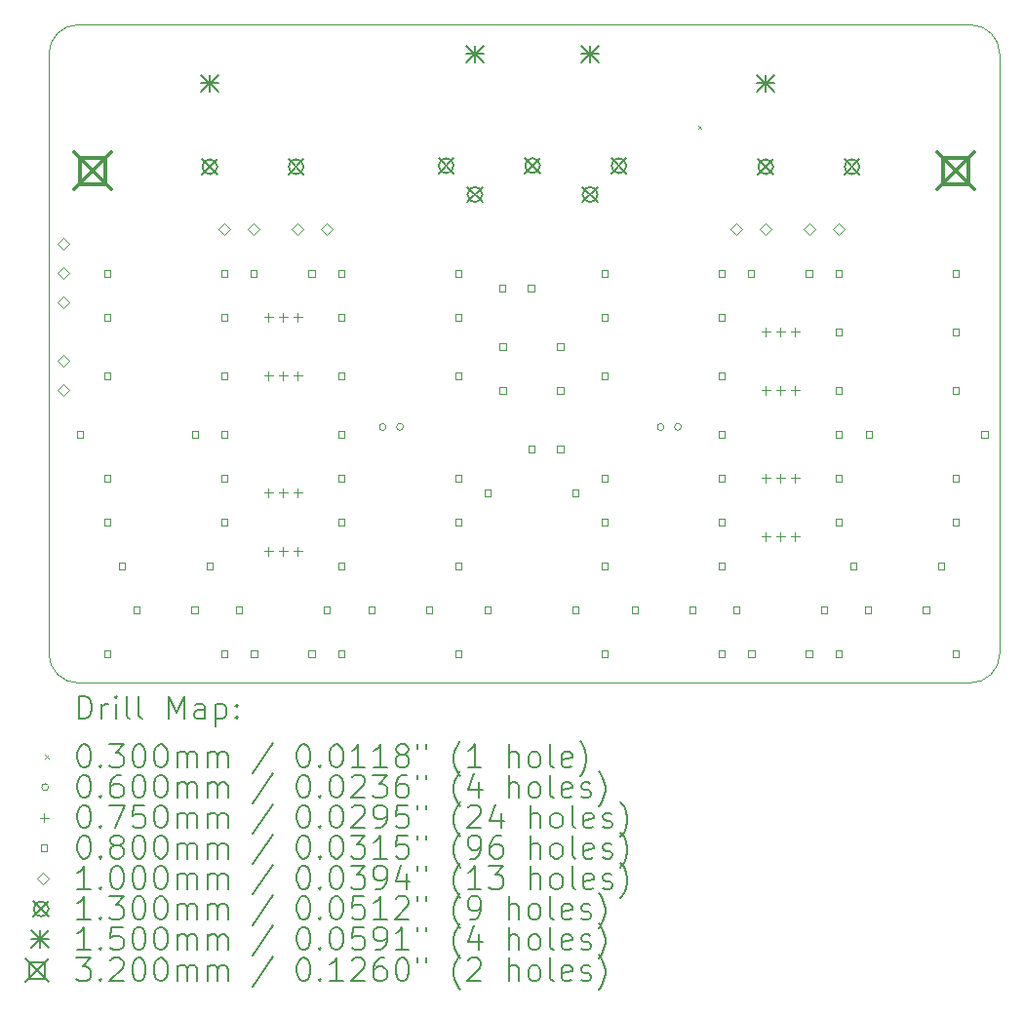
<source format=gbr>
%TF.GenerationSoftware,KiCad,Pcbnew,8.0.9*%
%TF.CreationDate,2025-03-02T14:07:58+01:00*%
%TF.ProjectId,cjss103,636a7373-3130-4332-9e6b-696361645f70,rev?*%
%TF.SameCoordinates,Original*%
%TF.FileFunction,Drillmap*%
%TF.FilePolarity,Positive*%
%FSLAX45Y45*%
G04 Gerber Fmt 4.5, Leading zero omitted, Abs format (unit mm)*
G04 Created by KiCad (PCBNEW 8.0.9) date 2025-03-02 14:07:58*
%MOMM*%
%LPD*%
G01*
G04 APERTURE LIST*
%ADD10C,0.050000*%
%ADD11C,0.200000*%
%ADD12C,0.100000*%
%ADD13C,0.130000*%
%ADD14C,0.150000*%
%ADD15C,0.320000*%
G04 APERTURE END LIST*
D10*
X17780000Y-7747000D02*
G75*
G02*
X17526000Y-8001000I-254000J0D01*
G01*
X17526000Y-2286000D02*
G75*
G02*
X17780000Y-2540000I0J-254000D01*
G01*
X17780000Y-2540000D02*
X17780000Y-7747000D01*
X9779000Y-2286000D02*
X17526000Y-2286000D01*
X17526000Y-8001000D02*
X9779000Y-8001000D01*
X9525000Y-2540000D02*
G75*
G02*
X9779000Y-2286000I254000J0D01*
G01*
X9779000Y-8001000D02*
G75*
G02*
X9525000Y-7747000I0J254000D01*
G01*
X9525000Y-7747000D02*
X9525000Y-2540000D01*
D11*
D12*
X15161500Y-3160000D02*
X15191500Y-3190000D01*
X15191500Y-3160000D02*
X15161500Y-3190000D01*
X12453000Y-5778500D02*
G75*
G02*
X12393000Y-5778500I-30000J0D01*
G01*
X12393000Y-5778500D02*
G75*
G02*
X12453000Y-5778500I30000J0D01*
G01*
X12603000Y-5778500D02*
G75*
G02*
X12543000Y-5778500I-30000J0D01*
G01*
X12543000Y-5778500D02*
G75*
G02*
X12603000Y-5778500I30000J0D01*
G01*
X14866000Y-5778500D02*
G75*
G02*
X14806000Y-5778500I-30000J0D01*
G01*
X14806000Y-5778500D02*
G75*
G02*
X14866000Y-5778500I30000J0D01*
G01*
X15016000Y-5778500D02*
G75*
G02*
X14956000Y-5778500I-30000J0D01*
G01*
X14956000Y-5778500D02*
G75*
G02*
X15016000Y-5778500I30000J0D01*
G01*
X11430000Y-4788500D02*
X11430000Y-4863500D01*
X11392500Y-4826000D02*
X11467500Y-4826000D01*
X11430000Y-5296500D02*
X11430000Y-5371500D01*
X11392500Y-5334000D02*
X11467500Y-5334000D01*
X11430000Y-6312500D02*
X11430000Y-6387500D01*
X11392500Y-6350000D02*
X11467500Y-6350000D01*
X11430000Y-6820500D02*
X11430000Y-6895500D01*
X11392500Y-6858000D02*
X11467500Y-6858000D01*
X11557000Y-4788500D02*
X11557000Y-4863500D01*
X11519500Y-4826000D02*
X11594500Y-4826000D01*
X11557000Y-5296500D02*
X11557000Y-5371500D01*
X11519500Y-5334000D02*
X11594500Y-5334000D01*
X11557000Y-6312500D02*
X11557000Y-6387500D01*
X11519500Y-6350000D02*
X11594500Y-6350000D01*
X11557000Y-6820500D02*
X11557000Y-6895500D01*
X11519500Y-6858000D02*
X11594500Y-6858000D01*
X11684000Y-4788500D02*
X11684000Y-4863500D01*
X11646500Y-4826000D02*
X11721500Y-4826000D01*
X11684000Y-5296500D02*
X11684000Y-5371500D01*
X11646500Y-5334000D02*
X11721500Y-5334000D01*
X11684000Y-6312500D02*
X11684000Y-6387500D01*
X11646500Y-6350000D02*
X11721500Y-6350000D01*
X11684000Y-6820500D02*
X11684000Y-6895500D01*
X11646500Y-6858000D02*
X11721500Y-6858000D01*
X15748000Y-4915500D02*
X15748000Y-4990500D01*
X15710500Y-4953000D02*
X15785500Y-4953000D01*
X15748000Y-5423500D02*
X15748000Y-5498500D01*
X15710500Y-5461000D02*
X15785500Y-5461000D01*
X15748000Y-6185500D02*
X15748000Y-6260500D01*
X15710500Y-6223000D02*
X15785500Y-6223000D01*
X15748000Y-6693500D02*
X15748000Y-6768500D01*
X15710500Y-6731000D02*
X15785500Y-6731000D01*
X15875000Y-4915500D02*
X15875000Y-4990500D01*
X15837500Y-4953000D02*
X15912500Y-4953000D01*
X15875000Y-5423500D02*
X15875000Y-5498500D01*
X15837500Y-5461000D02*
X15912500Y-5461000D01*
X15875000Y-6185500D02*
X15875000Y-6260500D01*
X15837500Y-6223000D02*
X15912500Y-6223000D01*
X15875000Y-6693500D02*
X15875000Y-6768500D01*
X15837500Y-6731000D02*
X15912500Y-6731000D01*
X16002000Y-4915500D02*
X16002000Y-4990500D01*
X15964500Y-4953000D02*
X16039500Y-4953000D01*
X16002000Y-5423500D02*
X16002000Y-5498500D01*
X15964500Y-5461000D02*
X16039500Y-5461000D01*
X16002000Y-6185500D02*
X16002000Y-6260500D01*
X15964500Y-6223000D02*
X16039500Y-6223000D01*
X16002000Y-6693500D02*
X16002000Y-6768500D01*
X15964500Y-6731000D02*
X16039500Y-6731000D01*
X9823285Y-5870284D02*
X9823285Y-5813715D01*
X9766716Y-5813715D01*
X9766716Y-5870284D01*
X9823285Y-5870284D01*
X10061285Y-4473285D02*
X10061285Y-4416716D01*
X10004716Y-4416716D01*
X10004716Y-4473285D01*
X10061285Y-4473285D01*
X10061285Y-4854285D02*
X10061285Y-4797716D01*
X10004716Y-4797716D01*
X10004716Y-4854285D01*
X10061285Y-4854285D01*
X10061285Y-5362285D02*
X10061285Y-5305716D01*
X10004716Y-5305716D01*
X10004716Y-5362285D01*
X10061285Y-5362285D01*
X10061285Y-6251284D02*
X10061285Y-6194715D01*
X10004716Y-6194715D01*
X10004716Y-6251284D01*
X10061285Y-6251284D01*
X10061285Y-6632284D02*
X10061285Y-6575715D01*
X10004716Y-6575715D01*
X10004716Y-6632284D01*
X10061285Y-6632284D01*
X10061285Y-7775284D02*
X10061285Y-7718715D01*
X10004716Y-7718715D01*
X10004716Y-7775284D01*
X10061285Y-7775284D01*
X10188285Y-7013284D02*
X10188285Y-6956715D01*
X10131716Y-6956715D01*
X10131716Y-7013284D01*
X10188285Y-7013284D01*
X10315285Y-7394284D02*
X10315285Y-7337715D01*
X10258716Y-7337715D01*
X10258716Y-7394284D01*
X10315285Y-7394284D01*
X10815285Y-7394284D02*
X10815285Y-7337715D01*
X10758716Y-7337715D01*
X10758716Y-7394284D01*
X10815285Y-7394284D01*
X10823285Y-5870284D02*
X10823285Y-5813715D01*
X10766716Y-5813715D01*
X10766716Y-5870284D01*
X10823285Y-5870284D01*
X10950285Y-7013284D02*
X10950285Y-6956715D01*
X10893716Y-6956715D01*
X10893716Y-7013284D01*
X10950285Y-7013284D01*
X11077285Y-4473285D02*
X11077285Y-4416716D01*
X11020716Y-4416716D01*
X11020716Y-4473285D01*
X11077285Y-4473285D01*
X11077285Y-4854285D02*
X11077285Y-4797716D01*
X11020716Y-4797716D01*
X11020716Y-4854285D01*
X11077285Y-4854285D01*
X11077285Y-5362285D02*
X11077285Y-5305716D01*
X11020716Y-5305716D01*
X11020716Y-5362285D01*
X11077285Y-5362285D01*
X11077285Y-5870284D02*
X11077285Y-5813715D01*
X11020716Y-5813715D01*
X11020716Y-5870284D01*
X11077285Y-5870284D01*
X11077285Y-6251284D02*
X11077285Y-6194715D01*
X11020716Y-6194715D01*
X11020716Y-6251284D01*
X11077285Y-6251284D01*
X11077285Y-6632284D02*
X11077285Y-6575715D01*
X11020716Y-6575715D01*
X11020716Y-6632284D01*
X11077285Y-6632284D01*
X11077285Y-7775284D02*
X11077285Y-7718715D01*
X11020716Y-7718715D01*
X11020716Y-7775284D01*
X11077285Y-7775284D01*
X11204284Y-7394284D02*
X11204284Y-7337715D01*
X11147716Y-7337715D01*
X11147716Y-7394284D01*
X11204284Y-7394284D01*
X11331284Y-4473285D02*
X11331284Y-4416716D01*
X11274715Y-4416716D01*
X11274715Y-4473285D01*
X11331284Y-4473285D01*
X11335284Y-7775284D02*
X11335284Y-7718715D01*
X11278715Y-7718715D01*
X11278715Y-7775284D01*
X11335284Y-7775284D01*
X11831284Y-4473285D02*
X11831284Y-4416716D01*
X11774715Y-4416716D01*
X11774715Y-4473285D01*
X11831284Y-4473285D01*
X11835284Y-7775284D02*
X11835284Y-7718715D01*
X11778715Y-7718715D01*
X11778715Y-7775284D01*
X11835284Y-7775284D01*
X11966284Y-7394284D02*
X11966284Y-7337715D01*
X11909715Y-7337715D01*
X11909715Y-7394284D01*
X11966284Y-7394284D01*
X12093284Y-4473285D02*
X12093284Y-4416716D01*
X12036715Y-4416716D01*
X12036715Y-4473285D01*
X12093284Y-4473285D01*
X12093284Y-4854285D02*
X12093284Y-4797716D01*
X12036715Y-4797716D01*
X12036715Y-4854285D01*
X12093284Y-4854285D01*
X12093284Y-5362285D02*
X12093284Y-5305716D01*
X12036715Y-5305716D01*
X12036715Y-5362285D01*
X12093284Y-5362285D01*
X12093284Y-5870284D02*
X12093284Y-5813715D01*
X12036715Y-5813715D01*
X12036715Y-5870284D01*
X12093284Y-5870284D01*
X12093284Y-6251284D02*
X12093284Y-6194715D01*
X12036715Y-6194715D01*
X12036715Y-6251284D01*
X12093284Y-6251284D01*
X12093284Y-6632284D02*
X12093284Y-6575715D01*
X12036715Y-6575715D01*
X12036715Y-6632284D01*
X12093284Y-6632284D01*
X12093284Y-7013284D02*
X12093284Y-6956715D01*
X12036715Y-6956715D01*
X12036715Y-7013284D01*
X12093284Y-7013284D01*
X12093284Y-7775284D02*
X12093284Y-7718715D01*
X12036715Y-7718715D01*
X12036715Y-7775284D01*
X12093284Y-7775284D01*
X12355284Y-7394284D02*
X12355284Y-7337715D01*
X12298715Y-7337715D01*
X12298715Y-7394284D01*
X12355284Y-7394284D01*
X12855284Y-7394284D02*
X12855284Y-7337715D01*
X12798715Y-7337715D01*
X12798715Y-7394284D01*
X12855284Y-7394284D01*
X13109284Y-4473285D02*
X13109284Y-4416716D01*
X13052715Y-4416716D01*
X13052715Y-4473285D01*
X13109284Y-4473285D01*
X13109284Y-4854285D02*
X13109284Y-4797716D01*
X13052715Y-4797716D01*
X13052715Y-4854285D01*
X13109284Y-4854285D01*
X13109284Y-5362285D02*
X13109284Y-5305716D01*
X13052715Y-5305716D01*
X13052715Y-5362285D01*
X13109284Y-5362285D01*
X13109284Y-6251284D02*
X13109284Y-6194715D01*
X13052715Y-6194715D01*
X13052715Y-6251284D01*
X13109284Y-6251284D01*
X13109284Y-6632284D02*
X13109284Y-6575715D01*
X13052715Y-6575715D01*
X13052715Y-6632284D01*
X13109284Y-6632284D01*
X13109284Y-7013284D02*
X13109284Y-6956715D01*
X13052715Y-6956715D01*
X13052715Y-7013284D01*
X13109284Y-7013284D01*
X13109284Y-7775284D02*
X13109284Y-7718715D01*
X13052715Y-7718715D01*
X13052715Y-7775284D01*
X13109284Y-7775284D01*
X13363284Y-6378284D02*
X13363284Y-6321715D01*
X13306715Y-6321715D01*
X13306715Y-6378284D01*
X13363284Y-6378284D01*
X13363284Y-7394284D02*
X13363284Y-7337715D01*
X13306715Y-7337715D01*
X13306715Y-7394284D01*
X13363284Y-7394284D01*
X13490284Y-4600285D02*
X13490284Y-4543716D01*
X13433715Y-4543716D01*
X13433715Y-4600285D01*
X13490284Y-4600285D01*
X13494284Y-5108285D02*
X13494284Y-5051716D01*
X13437715Y-5051716D01*
X13437715Y-5108285D01*
X13494284Y-5108285D01*
X13494284Y-5489285D02*
X13494284Y-5432716D01*
X13437715Y-5432716D01*
X13437715Y-5489285D01*
X13494284Y-5489285D01*
X13740284Y-4600285D02*
X13740284Y-4543716D01*
X13683715Y-4543716D01*
X13683715Y-4600285D01*
X13740284Y-4600285D01*
X13744284Y-5997284D02*
X13744284Y-5940715D01*
X13687715Y-5940715D01*
X13687715Y-5997284D01*
X13744284Y-5997284D01*
X13994284Y-5108285D02*
X13994284Y-5051716D01*
X13937715Y-5051716D01*
X13937715Y-5108285D01*
X13994284Y-5108285D01*
X13994284Y-5489285D02*
X13994284Y-5432716D01*
X13937715Y-5432716D01*
X13937715Y-5489285D01*
X13994284Y-5489285D01*
X13994284Y-5997284D02*
X13994284Y-5940715D01*
X13937715Y-5940715D01*
X13937715Y-5997284D01*
X13994284Y-5997284D01*
X14125284Y-6378284D02*
X14125284Y-6321715D01*
X14068715Y-6321715D01*
X14068715Y-6378284D01*
X14125284Y-6378284D01*
X14125284Y-7394284D02*
X14125284Y-7337715D01*
X14068715Y-7337715D01*
X14068715Y-7394284D01*
X14125284Y-7394284D01*
X14379284Y-4473285D02*
X14379284Y-4416716D01*
X14322715Y-4416716D01*
X14322715Y-4473285D01*
X14379284Y-4473285D01*
X14379284Y-4854285D02*
X14379284Y-4797716D01*
X14322715Y-4797716D01*
X14322715Y-4854285D01*
X14379284Y-4854285D01*
X14379284Y-5362285D02*
X14379284Y-5305716D01*
X14322715Y-5305716D01*
X14322715Y-5362285D01*
X14379284Y-5362285D01*
X14379284Y-6251284D02*
X14379284Y-6194715D01*
X14322715Y-6194715D01*
X14322715Y-6251284D01*
X14379284Y-6251284D01*
X14379284Y-6632284D02*
X14379284Y-6575715D01*
X14322715Y-6575715D01*
X14322715Y-6632284D01*
X14379284Y-6632284D01*
X14379284Y-7013284D02*
X14379284Y-6956715D01*
X14322715Y-6956715D01*
X14322715Y-7013284D01*
X14379284Y-7013284D01*
X14379284Y-7775284D02*
X14379284Y-7718715D01*
X14322715Y-7718715D01*
X14322715Y-7775284D01*
X14379284Y-7775284D01*
X14641284Y-7394284D02*
X14641284Y-7337715D01*
X14584715Y-7337715D01*
X14584715Y-7394284D01*
X14641284Y-7394284D01*
X15141284Y-7394284D02*
X15141284Y-7337715D01*
X15084715Y-7337715D01*
X15084715Y-7394284D01*
X15141284Y-7394284D01*
X15395284Y-4473285D02*
X15395284Y-4416716D01*
X15338715Y-4416716D01*
X15338715Y-4473285D01*
X15395284Y-4473285D01*
X15395284Y-4854285D02*
X15395284Y-4797716D01*
X15338715Y-4797716D01*
X15338715Y-4854285D01*
X15395284Y-4854285D01*
X15395284Y-5362285D02*
X15395284Y-5305716D01*
X15338715Y-5305716D01*
X15338715Y-5362285D01*
X15395284Y-5362285D01*
X15395284Y-5870284D02*
X15395284Y-5813715D01*
X15338715Y-5813715D01*
X15338715Y-5870284D01*
X15395284Y-5870284D01*
X15395284Y-6251284D02*
X15395284Y-6194715D01*
X15338715Y-6194715D01*
X15338715Y-6251284D01*
X15395284Y-6251284D01*
X15395284Y-6632284D02*
X15395284Y-6575715D01*
X15338715Y-6575715D01*
X15338715Y-6632284D01*
X15395284Y-6632284D01*
X15395284Y-7013284D02*
X15395284Y-6956715D01*
X15338715Y-6956715D01*
X15338715Y-7013284D01*
X15395284Y-7013284D01*
X15395284Y-7775284D02*
X15395284Y-7718715D01*
X15338715Y-7718715D01*
X15338715Y-7775284D01*
X15395284Y-7775284D01*
X15522284Y-7394284D02*
X15522284Y-7337715D01*
X15465715Y-7337715D01*
X15465715Y-7394284D01*
X15522284Y-7394284D01*
X15649284Y-4473285D02*
X15649284Y-4416716D01*
X15592715Y-4416716D01*
X15592715Y-4473285D01*
X15649284Y-4473285D01*
X15653284Y-7775284D02*
X15653284Y-7718715D01*
X15596715Y-7718715D01*
X15596715Y-7775284D01*
X15653284Y-7775284D01*
X16149284Y-4473285D02*
X16149284Y-4416716D01*
X16092715Y-4416716D01*
X16092715Y-4473285D01*
X16149284Y-4473285D01*
X16153284Y-7775284D02*
X16153284Y-7718715D01*
X16096715Y-7718715D01*
X16096715Y-7775284D01*
X16153284Y-7775284D01*
X16284284Y-7394284D02*
X16284284Y-7337715D01*
X16227715Y-7337715D01*
X16227715Y-7394284D01*
X16284284Y-7394284D01*
X16411284Y-4473285D02*
X16411284Y-4416716D01*
X16354715Y-4416716D01*
X16354715Y-4473285D01*
X16411284Y-4473285D01*
X16411284Y-4981285D02*
X16411284Y-4924716D01*
X16354715Y-4924716D01*
X16354715Y-4981285D01*
X16411284Y-4981285D01*
X16411284Y-5489285D02*
X16411284Y-5432716D01*
X16354715Y-5432716D01*
X16354715Y-5489285D01*
X16411284Y-5489285D01*
X16411284Y-5870284D02*
X16411284Y-5813715D01*
X16354715Y-5813715D01*
X16354715Y-5870284D01*
X16411284Y-5870284D01*
X16411284Y-6251284D02*
X16411284Y-6194715D01*
X16354715Y-6194715D01*
X16354715Y-6251284D01*
X16411284Y-6251284D01*
X16411284Y-6632284D02*
X16411284Y-6575715D01*
X16354715Y-6575715D01*
X16354715Y-6632284D01*
X16411284Y-6632284D01*
X16411284Y-7775284D02*
X16411284Y-7718715D01*
X16354715Y-7718715D01*
X16354715Y-7775284D01*
X16411284Y-7775284D01*
X16538284Y-7013284D02*
X16538284Y-6956715D01*
X16481715Y-6956715D01*
X16481715Y-7013284D01*
X16538284Y-7013284D01*
X16665284Y-7394284D02*
X16665284Y-7337715D01*
X16608715Y-7337715D01*
X16608715Y-7394284D01*
X16665284Y-7394284D01*
X16673284Y-5870284D02*
X16673284Y-5813715D01*
X16616715Y-5813715D01*
X16616715Y-5870284D01*
X16673284Y-5870284D01*
X17165285Y-7394284D02*
X17165285Y-7337715D01*
X17108716Y-7337715D01*
X17108716Y-7394284D01*
X17165285Y-7394284D01*
X17300285Y-7013284D02*
X17300285Y-6956715D01*
X17243716Y-6956715D01*
X17243716Y-7013284D01*
X17300285Y-7013284D01*
X17427285Y-4473285D02*
X17427285Y-4416716D01*
X17370716Y-4416716D01*
X17370716Y-4473285D01*
X17427285Y-4473285D01*
X17427285Y-4981285D02*
X17427285Y-4924716D01*
X17370716Y-4924716D01*
X17370716Y-4981285D01*
X17427285Y-4981285D01*
X17427285Y-5489285D02*
X17427285Y-5432716D01*
X17370716Y-5432716D01*
X17370716Y-5489285D01*
X17427285Y-5489285D01*
X17427285Y-6251284D02*
X17427285Y-6194715D01*
X17370716Y-6194715D01*
X17370716Y-6251284D01*
X17427285Y-6251284D01*
X17427285Y-6632284D02*
X17427285Y-6575715D01*
X17370716Y-6575715D01*
X17370716Y-6632284D01*
X17427285Y-6632284D01*
X17427285Y-7775284D02*
X17427285Y-7718715D01*
X17370716Y-7718715D01*
X17370716Y-7775284D01*
X17427285Y-7775284D01*
X17673285Y-5870284D02*
X17673285Y-5813715D01*
X17616716Y-5813715D01*
X17616716Y-5870284D01*
X17673285Y-5870284D01*
X9652000Y-4241000D02*
X9702000Y-4191000D01*
X9652000Y-4141000D01*
X9602000Y-4191000D01*
X9652000Y-4241000D01*
X9652000Y-4495000D02*
X9702000Y-4445000D01*
X9652000Y-4395000D01*
X9602000Y-4445000D01*
X9652000Y-4495000D01*
X9652000Y-4749000D02*
X9702000Y-4699000D01*
X9652000Y-4649000D01*
X9602000Y-4699000D01*
X9652000Y-4749000D01*
X9652000Y-5257000D02*
X9702000Y-5207000D01*
X9652000Y-5157000D01*
X9602000Y-5207000D01*
X9652000Y-5257000D01*
X9652000Y-5511000D02*
X9702000Y-5461000D01*
X9652000Y-5411000D01*
X9602000Y-5461000D01*
X9652000Y-5511000D01*
X11049000Y-4114000D02*
X11099000Y-4064000D01*
X11049000Y-4014000D01*
X10999000Y-4064000D01*
X11049000Y-4114000D01*
X11303000Y-4114000D02*
X11353000Y-4064000D01*
X11303000Y-4014000D01*
X11253000Y-4064000D01*
X11303000Y-4114000D01*
X11684000Y-4114000D02*
X11734000Y-4064000D01*
X11684000Y-4014000D01*
X11634000Y-4064000D01*
X11684000Y-4114000D01*
X11938000Y-4114000D02*
X11988000Y-4064000D01*
X11938000Y-4014000D01*
X11888000Y-4064000D01*
X11938000Y-4114000D01*
X15494000Y-4114000D02*
X15544000Y-4064000D01*
X15494000Y-4014000D01*
X15444000Y-4064000D01*
X15494000Y-4114000D01*
X15748000Y-4114000D02*
X15798000Y-4064000D01*
X15748000Y-4014000D01*
X15698000Y-4064000D01*
X15748000Y-4114000D01*
X16129000Y-4114000D02*
X16179000Y-4064000D01*
X16129000Y-4014000D01*
X16079000Y-4064000D01*
X16129000Y-4114000D01*
X16383000Y-4114000D02*
X16433000Y-4064000D01*
X16383000Y-4014000D01*
X16333000Y-4064000D01*
X16383000Y-4114000D01*
D13*
X10857000Y-3454000D02*
X10987000Y-3584000D01*
X10987000Y-3454000D02*
X10857000Y-3584000D01*
X10987000Y-3519000D02*
G75*
G02*
X10857000Y-3519000I-65000J0D01*
G01*
X10857000Y-3519000D02*
G75*
G02*
X10987000Y-3519000I65000J0D01*
G01*
X11607000Y-3454000D02*
X11737000Y-3584000D01*
X11737000Y-3454000D02*
X11607000Y-3584000D01*
X11737000Y-3519000D02*
G75*
G02*
X11607000Y-3519000I-65000J0D01*
G01*
X11607000Y-3519000D02*
G75*
G02*
X11737000Y-3519000I65000J0D01*
G01*
X12909000Y-3445000D02*
X13039000Y-3575000D01*
X13039000Y-3445000D02*
X12909000Y-3575000D01*
X13039000Y-3510000D02*
G75*
G02*
X12909000Y-3510000I-65000J0D01*
G01*
X12909000Y-3510000D02*
G75*
G02*
X13039000Y-3510000I65000J0D01*
G01*
X13159000Y-3695000D02*
X13289000Y-3825000D01*
X13289000Y-3695000D02*
X13159000Y-3825000D01*
X13289000Y-3760000D02*
G75*
G02*
X13159000Y-3760000I-65000J0D01*
G01*
X13159000Y-3760000D02*
G75*
G02*
X13289000Y-3760000I65000J0D01*
G01*
X13659000Y-3445000D02*
X13789000Y-3575000D01*
X13789000Y-3445000D02*
X13659000Y-3575000D01*
X13789000Y-3510000D02*
G75*
G02*
X13659000Y-3510000I-65000J0D01*
G01*
X13659000Y-3510000D02*
G75*
G02*
X13789000Y-3510000I65000J0D01*
G01*
X14159000Y-3695000D02*
X14289000Y-3825000D01*
X14289000Y-3695000D02*
X14159000Y-3825000D01*
X14289000Y-3760000D02*
G75*
G02*
X14159000Y-3760000I-65000J0D01*
G01*
X14159000Y-3760000D02*
G75*
G02*
X14289000Y-3760000I65000J0D01*
G01*
X14409000Y-3445000D02*
X14539000Y-3575000D01*
X14539000Y-3445000D02*
X14409000Y-3575000D01*
X14539000Y-3510000D02*
G75*
G02*
X14409000Y-3510000I-65000J0D01*
G01*
X14409000Y-3510000D02*
G75*
G02*
X14539000Y-3510000I65000J0D01*
G01*
X15683000Y-3454000D02*
X15813000Y-3584000D01*
X15813000Y-3454000D02*
X15683000Y-3584000D01*
X15813000Y-3519000D02*
G75*
G02*
X15683000Y-3519000I-65000J0D01*
G01*
X15683000Y-3519000D02*
G75*
G02*
X15813000Y-3519000I65000J0D01*
G01*
X16433000Y-3454000D02*
X16563000Y-3584000D01*
X16563000Y-3454000D02*
X16433000Y-3584000D01*
X16563000Y-3519000D02*
G75*
G02*
X16433000Y-3519000I-65000J0D01*
G01*
X16433000Y-3519000D02*
G75*
G02*
X16563000Y-3519000I65000J0D01*
G01*
D14*
X10847000Y-2719000D02*
X10997000Y-2869000D01*
X10997000Y-2719000D02*
X10847000Y-2869000D01*
X10922000Y-2719000D02*
X10922000Y-2869000D01*
X10847000Y-2794000D02*
X10997000Y-2794000D01*
X13149000Y-2465000D02*
X13299000Y-2615000D01*
X13299000Y-2465000D02*
X13149000Y-2615000D01*
X13224000Y-2465000D02*
X13224000Y-2615000D01*
X13149000Y-2540000D02*
X13299000Y-2540000D01*
X14149000Y-2465000D02*
X14299000Y-2615000D01*
X14299000Y-2465000D02*
X14149000Y-2615000D01*
X14224000Y-2465000D02*
X14224000Y-2615000D01*
X14149000Y-2540000D02*
X14299000Y-2540000D01*
X15673000Y-2719000D02*
X15823000Y-2869000D01*
X15823000Y-2719000D02*
X15673000Y-2869000D01*
X15748000Y-2719000D02*
X15748000Y-2869000D01*
X15673000Y-2794000D02*
X15823000Y-2794000D01*
D15*
X9746000Y-3396000D02*
X10066000Y-3716000D01*
X10066000Y-3396000D02*
X9746000Y-3716000D01*
X10019138Y-3669138D02*
X10019138Y-3442862D01*
X9792862Y-3442862D01*
X9792862Y-3669138D01*
X10019138Y-3669138D01*
X17239000Y-3396000D02*
X17559000Y-3716000D01*
X17559000Y-3396000D02*
X17239000Y-3716000D01*
X17512138Y-3669138D02*
X17512138Y-3442862D01*
X17285862Y-3442862D01*
X17285862Y-3669138D01*
X17512138Y-3669138D01*
D11*
X9783277Y-8314984D02*
X9783277Y-8114984D01*
X9783277Y-8114984D02*
X9830896Y-8114984D01*
X9830896Y-8114984D02*
X9859467Y-8124508D01*
X9859467Y-8124508D02*
X9878515Y-8143555D01*
X9878515Y-8143555D02*
X9888039Y-8162603D01*
X9888039Y-8162603D02*
X9897563Y-8200698D01*
X9897563Y-8200698D02*
X9897563Y-8229269D01*
X9897563Y-8229269D02*
X9888039Y-8267365D01*
X9888039Y-8267365D02*
X9878515Y-8286412D01*
X9878515Y-8286412D02*
X9859467Y-8305460D01*
X9859467Y-8305460D02*
X9830896Y-8314984D01*
X9830896Y-8314984D02*
X9783277Y-8314984D01*
X9983277Y-8314984D02*
X9983277Y-8181650D01*
X9983277Y-8219746D02*
X9992801Y-8200698D01*
X9992801Y-8200698D02*
X10002324Y-8191174D01*
X10002324Y-8191174D02*
X10021372Y-8181650D01*
X10021372Y-8181650D02*
X10040420Y-8181650D01*
X10107086Y-8314984D02*
X10107086Y-8181650D01*
X10107086Y-8114984D02*
X10097563Y-8124508D01*
X10097563Y-8124508D02*
X10107086Y-8134031D01*
X10107086Y-8134031D02*
X10116610Y-8124508D01*
X10116610Y-8124508D02*
X10107086Y-8114984D01*
X10107086Y-8114984D02*
X10107086Y-8134031D01*
X10230896Y-8314984D02*
X10211848Y-8305460D01*
X10211848Y-8305460D02*
X10202324Y-8286412D01*
X10202324Y-8286412D02*
X10202324Y-8114984D01*
X10335658Y-8314984D02*
X10316610Y-8305460D01*
X10316610Y-8305460D02*
X10307086Y-8286412D01*
X10307086Y-8286412D02*
X10307086Y-8114984D01*
X10564229Y-8314984D02*
X10564229Y-8114984D01*
X10564229Y-8114984D02*
X10630896Y-8257841D01*
X10630896Y-8257841D02*
X10697563Y-8114984D01*
X10697563Y-8114984D02*
X10697563Y-8314984D01*
X10878515Y-8314984D02*
X10878515Y-8210222D01*
X10878515Y-8210222D02*
X10868991Y-8191174D01*
X10868991Y-8191174D02*
X10849944Y-8181650D01*
X10849944Y-8181650D02*
X10811848Y-8181650D01*
X10811848Y-8181650D02*
X10792801Y-8191174D01*
X10878515Y-8305460D02*
X10859467Y-8314984D01*
X10859467Y-8314984D02*
X10811848Y-8314984D01*
X10811848Y-8314984D02*
X10792801Y-8305460D01*
X10792801Y-8305460D02*
X10783277Y-8286412D01*
X10783277Y-8286412D02*
X10783277Y-8267365D01*
X10783277Y-8267365D02*
X10792801Y-8248317D01*
X10792801Y-8248317D02*
X10811848Y-8238793D01*
X10811848Y-8238793D02*
X10859467Y-8238793D01*
X10859467Y-8238793D02*
X10878515Y-8229269D01*
X10973753Y-8181650D02*
X10973753Y-8381650D01*
X10973753Y-8191174D02*
X10992801Y-8181650D01*
X10992801Y-8181650D02*
X11030896Y-8181650D01*
X11030896Y-8181650D02*
X11049944Y-8191174D01*
X11049944Y-8191174D02*
X11059467Y-8200698D01*
X11059467Y-8200698D02*
X11068991Y-8219746D01*
X11068991Y-8219746D02*
X11068991Y-8276888D01*
X11068991Y-8276888D02*
X11059467Y-8295936D01*
X11059467Y-8295936D02*
X11049944Y-8305460D01*
X11049944Y-8305460D02*
X11030896Y-8314984D01*
X11030896Y-8314984D02*
X10992801Y-8314984D01*
X10992801Y-8314984D02*
X10973753Y-8305460D01*
X11154705Y-8295936D02*
X11164229Y-8305460D01*
X11164229Y-8305460D02*
X11154705Y-8314984D01*
X11154705Y-8314984D02*
X11145182Y-8305460D01*
X11145182Y-8305460D02*
X11154705Y-8295936D01*
X11154705Y-8295936D02*
X11154705Y-8314984D01*
X11154705Y-8191174D02*
X11164229Y-8200698D01*
X11164229Y-8200698D02*
X11154705Y-8210222D01*
X11154705Y-8210222D02*
X11145182Y-8200698D01*
X11145182Y-8200698D02*
X11154705Y-8191174D01*
X11154705Y-8191174D02*
X11154705Y-8210222D01*
D12*
X9492500Y-8628500D02*
X9522500Y-8658500D01*
X9522500Y-8628500D02*
X9492500Y-8658500D01*
D11*
X9821372Y-8534984D02*
X9840420Y-8534984D01*
X9840420Y-8534984D02*
X9859467Y-8544508D01*
X9859467Y-8544508D02*
X9868991Y-8554031D01*
X9868991Y-8554031D02*
X9878515Y-8573079D01*
X9878515Y-8573079D02*
X9888039Y-8611174D01*
X9888039Y-8611174D02*
X9888039Y-8658793D01*
X9888039Y-8658793D02*
X9878515Y-8696889D01*
X9878515Y-8696889D02*
X9868991Y-8715936D01*
X9868991Y-8715936D02*
X9859467Y-8725460D01*
X9859467Y-8725460D02*
X9840420Y-8734984D01*
X9840420Y-8734984D02*
X9821372Y-8734984D01*
X9821372Y-8734984D02*
X9802324Y-8725460D01*
X9802324Y-8725460D02*
X9792801Y-8715936D01*
X9792801Y-8715936D02*
X9783277Y-8696889D01*
X9783277Y-8696889D02*
X9773753Y-8658793D01*
X9773753Y-8658793D02*
X9773753Y-8611174D01*
X9773753Y-8611174D02*
X9783277Y-8573079D01*
X9783277Y-8573079D02*
X9792801Y-8554031D01*
X9792801Y-8554031D02*
X9802324Y-8544508D01*
X9802324Y-8544508D02*
X9821372Y-8534984D01*
X9973753Y-8715936D02*
X9983277Y-8725460D01*
X9983277Y-8725460D02*
X9973753Y-8734984D01*
X9973753Y-8734984D02*
X9964229Y-8725460D01*
X9964229Y-8725460D02*
X9973753Y-8715936D01*
X9973753Y-8715936D02*
X9973753Y-8734984D01*
X10049944Y-8534984D02*
X10173753Y-8534984D01*
X10173753Y-8534984D02*
X10107086Y-8611174D01*
X10107086Y-8611174D02*
X10135658Y-8611174D01*
X10135658Y-8611174D02*
X10154705Y-8620698D01*
X10154705Y-8620698D02*
X10164229Y-8630222D01*
X10164229Y-8630222D02*
X10173753Y-8649270D01*
X10173753Y-8649270D02*
X10173753Y-8696889D01*
X10173753Y-8696889D02*
X10164229Y-8715936D01*
X10164229Y-8715936D02*
X10154705Y-8725460D01*
X10154705Y-8725460D02*
X10135658Y-8734984D01*
X10135658Y-8734984D02*
X10078515Y-8734984D01*
X10078515Y-8734984D02*
X10059467Y-8725460D01*
X10059467Y-8725460D02*
X10049944Y-8715936D01*
X10297563Y-8534984D02*
X10316610Y-8534984D01*
X10316610Y-8534984D02*
X10335658Y-8544508D01*
X10335658Y-8544508D02*
X10345182Y-8554031D01*
X10345182Y-8554031D02*
X10354705Y-8573079D01*
X10354705Y-8573079D02*
X10364229Y-8611174D01*
X10364229Y-8611174D02*
X10364229Y-8658793D01*
X10364229Y-8658793D02*
X10354705Y-8696889D01*
X10354705Y-8696889D02*
X10345182Y-8715936D01*
X10345182Y-8715936D02*
X10335658Y-8725460D01*
X10335658Y-8725460D02*
X10316610Y-8734984D01*
X10316610Y-8734984D02*
X10297563Y-8734984D01*
X10297563Y-8734984D02*
X10278515Y-8725460D01*
X10278515Y-8725460D02*
X10268991Y-8715936D01*
X10268991Y-8715936D02*
X10259467Y-8696889D01*
X10259467Y-8696889D02*
X10249944Y-8658793D01*
X10249944Y-8658793D02*
X10249944Y-8611174D01*
X10249944Y-8611174D02*
X10259467Y-8573079D01*
X10259467Y-8573079D02*
X10268991Y-8554031D01*
X10268991Y-8554031D02*
X10278515Y-8544508D01*
X10278515Y-8544508D02*
X10297563Y-8534984D01*
X10488039Y-8534984D02*
X10507086Y-8534984D01*
X10507086Y-8534984D02*
X10526134Y-8544508D01*
X10526134Y-8544508D02*
X10535658Y-8554031D01*
X10535658Y-8554031D02*
X10545182Y-8573079D01*
X10545182Y-8573079D02*
X10554705Y-8611174D01*
X10554705Y-8611174D02*
X10554705Y-8658793D01*
X10554705Y-8658793D02*
X10545182Y-8696889D01*
X10545182Y-8696889D02*
X10535658Y-8715936D01*
X10535658Y-8715936D02*
X10526134Y-8725460D01*
X10526134Y-8725460D02*
X10507086Y-8734984D01*
X10507086Y-8734984D02*
X10488039Y-8734984D01*
X10488039Y-8734984D02*
X10468991Y-8725460D01*
X10468991Y-8725460D02*
X10459467Y-8715936D01*
X10459467Y-8715936D02*
X10449944Y-8696889D01*
X10449944Y-8696889D02*
X10440420Y-8658793D01*
X10440420Y-8658793D02*
X10440420Y-8611174D01*
X10440420Y-8611174D02*
X10449944Y-8573079D01*
X10449944Y-8573079D02*
X10459467Y-8554031D01*
X10459467Y-8554031D02*
X10468991Y-8544508D01*
X10468991Y-8544508D02*
X10488039Y-8534984D01*
X10640420Y-8734984D02*
X10640420Y-8601650D01*
X10640420Y-8620698D02*
X10649944Y-8611174D01*
X10649944Y-8611174D02*
X10668991Y-8601650D01*
X10668991Y-8601650D02*
X10697563Y-8601650D01*
X10697563Y-8601650D02*
X10716610Y-8611174D01*
X10716610Y-8611174D02*
X10726134Y-8630222D01*
X10726134Y-8630222D02*
X10726134Y-8734984D01*
X10726134Y-8630222D02*
X10735658Y-8611174D01*
X10735658Y-8611174D02*
X10754705Y-8601650D01*
X10754705Y-8601650D02*
X10783277Y-8601650D01*
X10783277Y-8601650D02*
X10802325Y-8611174D01*
X10802325Y-8611174D02*
X10811848Y-8630222D01*
X10811848Y-8630222D02*
X10811848Y-8734984D01*
X10907086Y-8734984D02*
X10907086Y-8601650D01*
X10907086Y-8620698D02*
X10916610Y-8611174D01*
X10916610Y-8611174D02*
X10935658Y-8601650D01*
X10935658Y-8601650D02*
X10964229Y-8601650D01*
X10964229Y-8601650D02*
X10983277Y-8611174D01*
X10983277Y-8611174D02*
X10992801Y-8630222D01*
X10992801Y-8630222D02*
X10992801Y-8734984D01*
X10992801Y-8630222D02*
X11002325Y-8611174D01*
X11002325Y-8611174D02*
X11021372Y-8601650D01*
X11021372Y-8601650D02*
X11049944Y-8601650D01*
X11049944Y-8601650D02*
X11068991Y-8611174D01*
X11068991Y-8611174D02*
X11078515Y-8630222D01*
X11078515Y-8630222D02*
X11078515Y-8734984D01*
X11468991Y-8525460D02*
X11297563Y-8782603D01*
X11726134Y-8534984D02*
X11745182Y-8534984D01*
X11745182Y-8534984D02*
X11764229Y-8544508D01*
X11764229Y-8544508D02*
X11773753Y-8554031D01*
X11773753Y-8554031D02*
X11783277Y-8573079D01*
X11783277Y-8573079D02*
X11792801Y-8611174D01*
X11792801Y-8611174D02*
X11792801Y-8658793D01*
X11792801Y-8658793D02*
X11783277Y-8696889D01*
X11783277Y-8696889D02*
X11773753Y-8715936D01*
X11773753Y-8715936D02*
X11764229Y-8725460D01*
X11764229Y-8725460D02*
X11745182Y-8734984D01*
X11745182Y-8734984D02*
X11726134Y-8734984D01*
X11726134Y-8734984D02*
X11707086Y-8725460D01*
X11707086Y-8725460D02*
X11697563Y-8715936D01*
X11697563Y-8715936D02*
X11688039Y-8696889D01*
X11688039Y-8696889D02*
X11678515Y-8658793D01*
X11678515Y-8658793D02*
X11678515Y-8611174D01*
X11678515Y-8611174D02*
X11688039Y-8573079D01*
X11688039Y-8573079D02*
X11697563Y-8554031D01*
X11697563Y-8554031D02*
X11707086Y-8544508D01*
X11707086Y-8544508D02*
X11726134Y-8534984D01*
X11878515Y-8715936D02*
X11888039Y-8725460D01*
X11888039Y-8725460D02*
X11878515Y-8734984D01*
X11878515Y-8734984D02*
X11868991Y-8725460D01*
X11868991Y-8725460D02*
X11878515Y-8715936D01*
X11878515Y-8715936D02*
X11878515Y-8734984D01*
X12011848Y-8534984D02*
X12030896Y-8534984D01*
X12030896Y-8534984D02*
X12049944Y-8544508D01*
X12049944Y-8544508D02*
X12059467Y-8554031D01*
X12059467Y-8554031D02*
X12068991Y-8573079D01*
X12068991Y-8573079D02*
X12078515Y-8611174D01*
X12078515Y-8611174D02*
X12078515Y-8658793D01*
X12078515Y-8658793D02*
X12068991Y-8696889D01*
X12068991Y-8696889D02*
X12059467Y-8715936D01*
X12059467Y-8715936D02*
X12049944Y-8725460D01*
X12049944Y-8725460D02*
X12030896Y-8734984D01*
X12030896Y-8734984D02*
X12011848Y-8734984D01*
X12011848Y-8734984D02*
X11992801Y-8725460D01*
X11992801Y-8725460D02*
X11983277Y-8715936D01*
X11983277Y-8715936D02*
X11973753Y-8696889D01*
X11973753Y-8696889D02*
X11964229Y-8658793D01*
X11964229Y-8658793D02*
X11964229Y-8611174D01*
X11964229Y-8611174D02*
X11973753Y-8573079D01*
X11973753Y-8573079D02*
X11983277Y-8554031D01*
X11983277Y-8554031D02*
X11992801Y-8544508D01*
X11992801Y-8544508D02*
X12011848Y-8534984D01*
X12268991Y-8734984D02*
X12154706Y-8734984D01*
X12211848Y-8734984D02*
X12211848Y-8534984D01*
X12211848Y-8534984D02*
X12192801Y-8563555D01*
X12192801Y-8563555D02*
X12173753Y-8582603D01*
X12173753Y-8582603D02*
X12154706Y-8592127D01*
X12459467Y-8734984D02*
X12345182Y-8734984D01*
X12402325Y-8734984D02*
X12402325Y-8534984D01*
X12402325Y-8534984D02*
X12383277Y-8563555D01*
X12383277Y-8563555D02*
X12364229Y-8582603D01*
X12364229Y-8582603D02*
X12345182Y-8592127D01*
X12573753Y-8620698D02*
X12554706Y-8611174D01*
X12554706Y-8611174D02*
X12545182Y-8601650D01*
X12545182Y-8601650D02*
X12535658Y-8582603D01*
X12535658Y-8582603D02*
X12535658Y-8573079D01*
X12535658Y-8573079D02*
X12545182Y-8554031D01*
X12545182Y-8554031D02*
X12554706Y-8544508D01*
X12554706Y-8544508D02*
X12573753Y-8534984D01*
X12573753Y-8534984D02*
X12611848Y-8534984D01*
X12611848Y-8534984D02*
X12630896Y-8544508D01*
X12630896Y-8544508D02*
X12640420Y-8554031D01*
X12640420Y-8554031D02*
X12649944Y-8573079D01*
X12649944Y-8573079D02*
X12649944Y-8582603D01*
X12649944Y-8582603D02*
X12640420Y-8601650D01*
X12640420Y-8601650D02*
X12630896Y-8611174D01*
X12630896Y-8611174D02*
X12611848Y-8620698D01*
X12611848Y-8620698D02*
X12573753Y-8620698D01*
X12573753Y-8620698D02*
X12554706Y-8630222D01*
X12554706Y-8630222D02*
X12545182Y-8639746D01*
X12545182Y-8639746D02*
X12535658Y-8658793D01*
X12535658Y-8658793D02*
X12535658Y-8696889D01*
X12535658Y-8696889D02*
X12545182Y-8715936D01*
X12545182Y-8715936D02*
X12554706Y-8725460D01*
X12554706Y-8725460D02*
X12573753Y-8734984D01*
X12573753Y-8734984D02*
X12611848Y-8734984D01*
X12611848Y-8734984D02*
X12630896Y-8725460D01*
X12630896Y-8725460D02*
X12640420Y-8715936D01*
X12640420Y-8715936D02*
X12649944Y-8696889D01*
X12649944Y-8696889D02*
X12649944Y-8658793D01*
X12649944Y-8658793D02*
X12640420Y-8639746D01*
X12640420Y-8639746D02*
X12630896Y-8630222D01*
X12630896Y-8630222D02*
X12611848Y-8620698D01*
X12726134Y-8534984D02*
X12726134Y-8573079D01*
X12802325Y-8534984D02*
X12802325Y-8573079D01*
X13097563Y-8811174D02*
X13088039Y-8801650D01*
X13088039Y-8801650D02*
X13068991Y-8773079D01*
X13068991Y-8773079D02*
X13059468Y-8754031D01*
X13059468Y-8754031D02*
X13049944Y-8725460D01*
X13049944Y-8725460D02*
X13040420Y-8677841D01*
X13040420Y-8677841D02*
X13040420Y-8639746D01*
X13040420Y-8639746D02*
X13049944Y-8592127D01*
X13049944Y-8592127D02*
X13059468Y-8563555D01*
X13059468Y-8563555D02*
X13068991Y-8544508D01*
X13068991Y-8544508D02*
X13088039Y-8515936D01*
X13088039Y-8515936D02*
X13097563Y-8506412D01*
X13278515Y-8734984D02*
X13164229Y-8734984D01*
X13221372Y-8734984D02*
X13221372Y-8534984D01*
X13221372Y-8534984D02*
X13202325Y-8563555D01*
X13202325Y-8563555D02*
X13183277Y-8582603D01*
X13183277Y-8582603D02*
X13164229Y-8592127D01*
X13516610Y-8734984D02*
X13516610Y-8534984D01*
X13602325Y-8734984D02*
X13602325Y-8630222D01*
X13602325Y-8630222D02*
X13592801Y-8611174D01*
X13592801Y-8611174D02*
X13573753Y-8601650D01*
X13573753Y-8601650D02*
X13545182Y-8601650D01*
X13545182Y-8601650D02*
X13526134Y-8611174D01*
X13526134Y-8611174D02*
X13516610Y-8620698D01*
X13726134Y-8734984D02*
X13707087Y-8725460D01*
X13707087Y-8725460D02*
X13697563Y-8715936D01*
X13697563Y-8715936D02*
X13688039Y-8696889D01*
X13688039Y-8696889D02*
X13688039Y-8639746D01*
X13688039Y-8639746D02*
X13697563Y-8620698D01*
X13697563Y-8620698D02*
X13707087Y-8611174D01*
X13707087Y-8611174D02*
X13726134Y-8601650D01*
X13726134Y-8601650D02*
X13754706Y-8601650D01*
X13754706Y-8601650D02*
X13773753Y-8611174D01*
X13773753Y-8611174D02*
X13783277Y-8620698D01*
X13783277Y-8620698D02*
X13792801Y-8639746D01*
X13792801Y-8639746D02*
X13792801Y-8696889D01*
X13792801Y-8696889D02*
X13783277Y-8715936D01*
X13783277Y-8715936D02*
X13773753Y-8725460D01*
X13773753Y-8725460D02*
X13754706Y-8734984D01*
X13754706Y-8734984D02*
X13726134Y-8734984D01*
X13907087Y-8734984D02*
X13888039Y-8725460D01*
X13888039Y-8725460D02*
X13878515Y-8706412D01*
X13878515Y-8706412D02*
X13878515Y-8534984D01*
X14059468Y-8725460D02*
X14040420Y-8734984D01*
X14040420Y-8734984D02*
X14002325Y-8734984D01*
X14002325Y-8734984D02*
X13983277Y-8725460D01*
X13983277Y-8725460D02*
X13973753Y-8706412D01*
X13973753Y-8706412D02*
X13973753Y-8630222D01*
X13973753Y-8630222D02*
X13983277Y-8611174D01*
X13983277Y-8611174D02*
X14002325Y-8601650D01*
X14002325Y-8601650D02*
X14040420Y-8601650D01*
X14040420Y-8601650D02*
X14059468Y-8611174D01*
X14059468Y-8611174D02*
X14068991Y-8630222D01*
X14068991Y-8630222D02*
X14068991Y-8649270D01*
X14068991Y-8649270D02*
X13973753Y-8668317D01*
X14135658Y-8811174D02*
X14145182Y-8801650D01*
X14145182Y-8801650D02*
X14164230Y-8773079D01*
X14164230Y-8773079D02*
X14173753Y-8754031D01*
X14173753Y-8754031D02*
X14183277Y-8725460D01*
X14183277Y-8725460D02*
X14192801Y-8677841D01*
X14192801Y-8677841D02*
X14192801Y-8639746D01*
X14192801Y-8639746D02*
X14183277Y-8592127D01*
X14183277Y-8592127D02*
X14173753Y-8563555D01*
X14173753Y-8563555D02*
X14164230Y-8544508D01*
X14164230Y-8544508D02*
X14145182Y-8515936D01*
X14145182Y-8515936D02*
X14135658Y-8506412D01*
D12*
X9522500Y-8907500D02*
G75*
G02*
X9462500Y-8907500I-30000J0D01*
G01*
X9462500Y-8907500D02*
G75*
G02*
X9522500Y-8907500I30000J0D01*
G01*
D11*
X9821372Y-8798984D02*
X9840420Y-8798984D01*
X9840420Y-8798984D02*
X9859467Y-8808508D01*
X9859467Y-8808508D02*
X9868991Y-8818031D01*
X9868991Y-8818031D02*
X9878515Y-8837079D01*
X9878515Y-8837079D02*
X9888039Y-8875174D01*
X9888039Y-8875174D02*
X9888039Y-8922793D01*
X9888039Y-8922793D02*
X9878515Y-8960889D01*
X9878515Y-8960889D02*
X9868991Y-8979936D01*
X9868991Y-8979936D02*
X9859467Y-8989460D01*
X9859467Y-8989460D02*
X9840420Y-8998984D01*
X9840420Y-8998984D02*
X9821372Y-8998984D01*
X9821372Y-8998984D02*
X9802324Y-8989460D01*
X9802324Y-8989460D02*
X9792801Y-8979936D01*
X9792801Y-8979936D02*
X9783277Y-8960889D01*
X9783277Y-8960889D02*
X9773753Y-8922793D01*
X9773753Y-8922793D02*
X9773753Y-8875174D01*
X9773753Y-8875174D02*
X9783277Y-8837079D01*
X9783277Y-8837079D02*
X9792801Y-8818031D01*
X9792801Y-8818031D02*
X9802324Y-8808508D01*
X9802324Y-8808508D02*
X9821372Y-8798984D01*
X9973753Y-8979936D02*
X9983277Y-8989460D01*
X9983277Y-8989460D02*
X9973753Y-8998984D01*
X9973753Y-8998984D02*
X9964229Y-8989460D01*
X9964229Y-8989460D02*
X9973753Y-8979936D01*
X9973753Y-8979936D02*
X9973753Y-8998984D01*
X10154705Y-8798984D02*
X10116610Y-8798984D01*
X10116610Y-8798984D02*
X10097563Y-8808508D01*
X10097563Y-8808508D02*
X10088039Y-8818031D01*
X10088039Y-8818031D02*
X10068991Y-8846603D01*
X10068991Y-8846603D02*
X10059467Y-8884698D01*
X10059467Y-8884698D02*
X10059467Y-8960889D01*
X10059467Y-8960889D02*
X10068991Y-8979936D01*
X10068991Y-8979936D02*
X10078515Y-8989460D01*
X10078515Y-8989460D02*
X10097563Y-8998984D01*
X10097563Y-8998984D02*
X10135658Y-8998984D01*
X10135658Y-8998984D02*
X10154705Y-8989460D01*
X10154705Y-8989460D02*
X10164229Y-8979936D01*
X10164229Y-8979936D02*
X10173753Y-8960889D01*
X10173753Y-8960889D02*
X10173753Y-8913270D01*
X10173753Y-8913270D02*
X10164229Y-8894222D01*
X10164229Y-8894222D02*
X10154705Y-8884698D01*
X10154705Y-8884698D02*
X10135658Y-8875174D01*
X10135658Y-8875174D02*
X10097563Y-8875174D01*
X10097563Y-8875174D02*
X10078515Y-8884698D01*
X10078515Y-8884698D02*
X10068991Y-8894222D01*
X10068991Y-8894222D02*
X10059467Y-8913270D01*
X10297563Y-8798984D02*
X10316610Y-8798984D01*
X10316610Y-8798984D02*
X10335658Y-8808508D01*
X10335658Y-8808508D02*
X10345182Y-8818031D01*
X10345182Y-8818031D02*
X10354705Y-8837079D01*
X10354705Y-8837079D02*
X10364229Y-8875174D01*
X10364229Y-8875174D02*
X10364229Y-8922793D01*
X10364229Y-8922793D02*
X10354705Y-8960889D01*
X10354705Y-8960889D02*
X10345182Y-8979936D01*
X10345182Y-8979936D02*
X10335658Y-8989460D01*
X10335658Y-8989460D02*
X10316610Y-8998984D01*
X10316610Y-8998984D02*
X10297563Y-8998984D01*
X10297563Y-8998984D02*
X10278515Y-8989460D01*
X10278515Y-8989460D02*
X10268991Y-8979936D01*
X10268991Y-8979936D02*
X10259467Y-8960889D01*
X10259467Y-8960889D02*
X10249944Y-8922793D01*
X10249944Y-8922793D02*
X10249944Y-8875174D01*
X10249944Y-8875174D02*
X10259467Y-8837079D01*
X10259467Y-8837079D02*
X10268991Y-8818031D01*
X10268991Y-8818031D02*
X10278515Y-8808508D01*
X10278515Y-8808508D02*
X10297563Y-8798984D01*
X10488039Y-8798984D02*
X10507086Y-8798984D01*
X10507086Y-8798984D02*
X10526134Y-8808508D01*
X10526134Y-8808508D02*
X10535658Y-8818031D01*
X10535658Y-8818031D02*
X10545182Y-8837079D01*
X10545182Y-8837079D02*
X10554705Y-8875174D01*
X10554705Y-8875174D02*
X10554705Y-8922793D01*
X10554705Y-8922793D02*
X10545182Y-8960889D01*
X10545182Y-8960889D02*
X10535658Y-8979936D01*
X10535658Y-8979936D02*
X10526134Y-8989460D01*
X10526134Y-8989460D02*
X10507086Y-8998984D01*
X10507086Y-8998984D02*
X10488039Y-8998984D01*
X10488039Y-8998984D02*
X10468991Y-8989460D01*
X10468991Y-8989460D02*
X10459467Y-8979936D01*
X10459467Y-8979936D02*
X10449944Y-8960889D01*
X10449944Y-8960889D02*
X10440420Y-8922793D01*
X10440420Y-8922793D02*
X10440420Y-8875174D01*
X10440420Y-8875174D02*
X10449944Y-8837079D01*
X10449944Y-8837079D02*
X10459467Y-8818031D01*
X10459467Y-8818031D02*
X10468991Y-8808508D01*
X10468991Y-8808508D02*
X10488039Y-8798984D01*
X10640420Y-8998984D02*
X10640420Y-8865650D01*
X10640420Y-8884698D02*
X10649944Y-8875174D01*
X10649944Y-8875174D02*
X10668991Y-8865650D01*
X10668991Y-8865650D02*
X10697563Y-8865650D01*
X10697563Y-8865650D02*
X10716610Y-8875174D01*
X10716610Y-8875174D02*
X10726134Y-8894222D01*
X10726134Y-8894222D02*
X10726134Y-8998984D01*
X10726134Y-8894222D02*
X10735658Y-8875174D01*
X10735658Y-8875174D02*
X10754705Y-8865650D01*
X10754705Y-8865650D02*
X10783277Y-8865650D01*
X10783277Y-8865650D02*
X10802325Y-8875174D01*
X10802325Y-8875174D02*
X10811848Y-8894222D01*
X10811848Y-8894222D02*
X10811848Y-8998984D01*
X10907086Y-8998984D02*
X10907086Y-8865650D01*
X10907086Y-8884698D02*
X10916610Y-8875174D01*
X10916610Y-8875174D02*
X10935658Y-8865650D01*
X10935658Y-8865650D02*
X10964229Y-8865650D01*
X10964229Y-8865650D02*
X10983277Y-8875174D01*
X10983277Y-8875174D02*
X10992801Y-8894222D01*
X10992801Y-8894222D02*
X10992801Y-8998984D01*
X10992801Y-8894222D02*
X11002325Y-8875174D01*
X11002325Y-8875174D02*
X11021372Y-8865650D01*
X11021372Y-8865650D02*
X11049944Y-8865650D01*
X11049944Y-8865650D02*
X11068991Y-8875174D01*
X11068991Y-8875174D02*
X11078515Y-8894222D01*
X11078515Y-8894222D02*
X11078515Y-8998984D01*
X11468991Y-8789460D02*
X11297563Y-9046603D01*
X11726134Y-8798984D02*
X11745182Y-8798984D01*
X11745182Y-8798984D02*
X11764229Y-8808508D01*
X11764229Y-8808508D02*
X11773753Y-8818031D01*
X11773753Y-8818031D02*
X11783277Y-8837079D01*
X11783277Y-8837079D02*
X11792801Y-8875174D01*
X11792801Y-8875174D02*
X11792801Y-8922793D01*
X11792801Y-8922793D02*
X11783277Y-8960889D01*
X11783277Y-8960889D02*
X11773753Y-8979936D01*
X11773753Y-8979936D02*
X11764229Y-8989460D01*
X11764229Y-8989460D02*
X11745182Y-8998984D01*
X11745182Y-8998984D02*
X11726134Y-8998984D01*
X11726134Y-8998984D02*
X11707086Y-8989460D01*
X11707086Y-8989460D02*
X11697563Y-8979936D01*
X11697563Y-8979936D02*
X11688039Y-8960889D01*
X11688039Y-8960889D02*
X11678515Y-8922793D01*
X11678515Y-8922793D02*
X11678515Y-8875174D01*
X11678515Y-8875174D02*
X11688039Y-8837079D01*
X11688039Y-8837079D02*
X11697563Y-8818031D01*
X11697563Y-8818031D02*
X11707086Y-8808508D01*
X11707086Y-8808508D02*
X11726134Y-8798984D01*
X11878515Y-8979936D02*
X11888039Y-8989460D01*
X11888039Y-8989460D02*
X11878515Y-8998984D01*
X11878515Y-8998984D02*
X11868991Y-8989460D01*
X11868991Y-8989460D02*
X11878515Y-8979936D01*
X11878515Y-8979936D02*
X11878515Y-8998984D01*
X12011848Y-8798984D02*
X12030896Y-8798984D01*
X12030896Y-8798984D02*
X12049944Y-8808508D01*
X12049944Y-8808508D02*
X12059467Y-8818031D01*
X12059467Y-8818031D02*
X12068991Y-8837079D01*
X12068991Y-8837079D02*
X12078515Y-8875174D01*
X12078515Y-8875174D02*
X12078515Y-8922793D01*
X12078515Y-8922793D02*
X12068991Y-8960889D01*
X12068991Y-8960889D02*
X12059467Y-8979936D01*
X12059467Y-8979936D02*
X12049944Y-8989460D01*
X12049944Y-8989460D02*
X12030896Y-8998984D01*
X12030896Y-8998984D02*
X12011848Y-8998984D01*
X12011848Y-8998984D02*
X11992801Y-8989460D01*
X11992801Y-8989460D02*
X11983277Y-8979936D01*
X11983277Y-8979936D02*
X11973753Y-8960889D01*
X11973753Y-8960889D02*
X11964229Y-8922793D01*
X11964229Y-8922793D02*
X11964229Y-8875174D01*
X11964229Y-8875174D02*
X11973753Y-8837079D01*
X11973753Y-8837079D02*
X11983277Y-8818031D01*
X11983277Y-8818031D02*
X11992801Y-8808508D01*
X11992801Y-8808508D02*
X12011848Y-8798984D01*
X12154706Y-8818031D02*
X12164229Y-8808508D01*
X12164229Y-8808508D02*
X12183277Y-8798984D01*
X12183277Y-8798984D02*
X12230896Y-8798984D01*
X12230896Y-8798984D02*
X12249944Y-8808508D01*
X12249944Y-8808508D02*
X12259467Y-8818031D01*
X12259467Y-8818031D02*
X12268991Y-8837079D01*
X12268991Y-8837079D02*
X12268991Y-8856127D01*
X12268991Y-8856127D02*
X12259467Y-8884698D01*
X12259467Y-8884698D02*
X12145182Y-8998984D01*
X12145182Y-8998984D02*
X12268991Y-8998984D01*
X12335658Y-8798984D02*
X12459467Y-8798984D01*
X12459467Y-8798984D02*
X12392801Y-8875174D01*
X12392801Y-8875174D02*
X12421372Y-8875174D01*
X12421372Y-8875174D02*
X12440420Y-8884698D01*
X12440420Y-8884698D02*
X12449944Y-8894222D01*
X12449944Y-8894222D02*
X12459467Y-8913270D01*
X12459467Y-8913270D02*
X12459467Y-8960889D01*
X12459467Y-8960889D02*
X12449944Y-8979936D01*
X12449944Y-8979936D02*
X12440420Y-8989460D01*
X12440420Y-8989460D02*
X12421372Y-8998984D01*
X12421372Y-8998984D02*
X12364229Y-8998984D01*
X12364229Y-8998984D02*
X12345182Y-8989460D01*
X12345182Y-8989460D02*
X12335658Y-8979936D01*
X12630896Y-8798984D02*
X12592801Y-8798984D01*
X12592801Y-8798984D02*
X12573753Y-8808508D01*
X12573753Y-8808508D02*
X12564229Y-8818031D01*
X12564229Y-8818031D02*
X12545182Y-8846603D01*
X12545182Y-8846603D02*
X12535658Y-8884698D01*
X12535658Y-8884698D02*
X12535658Y-8960889D01*
X12535658Y-8960889D02*
X12545182Y-8979936D01*
X12545182Y-8979936D02*
X12554706Y-8989460D01*
X12554706Y-8989460D02*
X12573753Y-8998984D01*
X12573753Y-8998984D02*
X12611848Y-8998984D01*
X12611848Y-8998984D02*
X12630896Y-8989460D01*
X12630896Y-8989460D02*
X12640420Y-8979936D01*
X12640420Y-8979936D02*
X12649944Y-8960889D01*
X12649944Y-8960889D02*
X12649944Y-8913270D01*
X12649944Y-8913270D02*
X12640420Y-8894222D01*
X12640420Y-8894222D02*
X12630896Y-8884698D01*
X12630896Y-8884698D02*
X12611848Y-8875174D01*
X12611848Y-8875174D02*
X12573753Y-8875174D01*
X12573753Y-8875174D02*
X12554706Y-8884698D01*
X12554706Y-8884698D02*
X12545182Y-8894222D01*
X12545182Y-8894222D02*
X12535658Y-8913270D01*
X12726134Y-8798984D02*
X12726134Y-8837079D01*
X12802325Y-8798984D02*
X12802325Y-8837079D01*
X13097563Y-9075174D02*
X13088039Y-9065650D01*
X13088039Y-9065650D02*
X13068991Y-9037079D01*
X13068991Y-9037079D02*
X13059468Y-9018031D01*
X13059468Y-9018031D02*
X13049944Y-8989460D01*
X13049944Y-8989460D02*
X13040420Y-8941841D01*
X13040420Y-8941841D02*
X13040420Y-8903746D01*
X13040420Y-8903746D02*
X13049944Y-8856127D01*
X13049944Y-8856127D02*
X13059468Y-8827555D01*
X13059468Y-8827555D02*
X13068991Y-8808508D01*
X13068991Y-8808508D02*
X13088039Y-8779936D01*
X13088039Y-8779936D02*
X13097563Y-8770412D01*
X13259468Y-8865650D02*
X13259468Y-8998984D01*
X13211848Y-8789460D02*
X13164229Y-8932317D01*
X13164229Y-8932317D02*
X13288039Y-8932317D01*
X13516610Y-8998984D02*
X13516610Y-8798984D01*
X13602325Y-8998984D02*
X13602325Y-8894222D01*
X13602325Y-8894222D02*
X13592801Y-8875174D01*
X13592801Y-8875174D02*
X13573753Y-8865650D01*
X13573753Y-8865650D02*
X13545182Y-8865650D01*
X13545182Y-8865650D02*
X13526134Y-8875174D01*
X13526134Y-8875174D02*
X13516610Y-8884698D01*
X13726134Y-8998984D02*
X13707087Y-8989460D01*
X13707087Y-8989460D02*
X13697563Y-8979936D01*
X13697563Y-8979936D02*
X13688039Y-8960889D01*
X13688039Y-8960889D02*
X13688039Y-8903746D01*
X13688039Y-8903746D02*
X13697563Y-8884698D01*
X13697563Y-8884698D02*
X13707087Y-8875174D01*
X13707087Y-8875174D02*
X13726134Y-8865650D01*
X13726134Y-8865650D02*
X13754706Y-8865650D01*
X13754706Y-8865650D02*
X13773753Y-8875174D01*
X13773753Y-8875174D02*
X13783277Y-8884698D01*
X13783277Y-8884698D02*
X13792801Y-8903746D01*
X13792801Y-8903746D02*
X13792801Y-8960889D01*
X13792801Y-8960889D02*
X13783277Y-8979936D01*
X13783277Y-8979936D02*
X13773753Y-8989460D01*
X13773753Y-8989460D02*
X13754706Y-8998984D01*
X13754706Y-8998984D02*
X13726134Y-8998984D01*
X13907087Y-8998984D02*
X13888039Y-8989460D01*
X13888039Y-8989460D02*
X13878515Y-8970412D01*
X13878515Y-8970412D02*
X13878515Y-8798984D01*
X14059468Y-8989460D02*
X14040420Y-8998984D01*
X14040420Y-8998984D02*
X14002325Y-8998984D01*
X14002325Y-8998984D02*
X13983277Y-8989460D01*
X13983277Y-8989460D02*
X13973753Y-8970412D01*
X13973753Y-8970412D02*
X13973753Y-8894222D01*
X13973753Y-8894222D02*
X13983277Y-8875174D01*
X13983277Y-8875174D02*
X14002325Y-8865650D01*
X14002325Y-8865650D02*
X14040420Y-8865650D01*
X14040420Y-8865650D02*
X14059468Y-8875174D01*
X14059468Y-8875174D02*
X14068991Y-8894222D01*
X14068991Y-8894222D02*
X14068991Y-8913270D01*
X14068991Y-8913270D02*
X13973753Y-8932317D01*
X14145182Y-8989460D02*
X14164230Y-8998984D01*
X14164230Y-8998984D02*
X14202325Y-8998984D01*
X14202325Y-8998984D02*
X14221372Y-8989460D01*
X14221372Y-8989460D02*
X14230896Y-8970412D01*
X14230896Y-8970412D02*
X14230896Y-8960889D01*
X14230896Y-8960889D02*
X14221372Y-8941841D01*
X14221372Y-8941841D02*
X14202325Y-8932317D01*
X14202325Y-8932317D02*
X14173753Y-8932317D01*
X14173753Y-8932317D02*
X14154706Y-8922793D01*
X14154706Y-8922793D02*
X14145182Y-8903746D01*
X14145182Y-8903746D02*
X14145182Y-8894222D01*
X14145182Y-8894222D02*
X14154706Y-8875174D01*
X14154706Y-8875174D02*
X14173753Y-8865650D01*
X14173753Y-8865650D02*
X14202325Y-8865650D01*
X14202325Y-8865650D02*
X14221372Y-8875174D01*
X14297563Y-9075174D02*
X14307087Y-9065650D01*
X14307087Y-9065650D02*
X14326134Y-9037079D01*
X14326134Y-9037079D02*
X14335658Y-9018031D01*
X14335658Y-9018031D02*
X14345182Y-8989460D01*
X14345182Y-8989460D02*
X14354706Y-8941841D01*
X14354706Y-8941841D02*
X14354706Y-8903746D01*
X14354706Y-8903746D02*
X14345182Y-8856127D01*
X14345182Y-8856127D02*
X14335658Y-8827555D01*
X14335658Y-8827555D02*
X14326134Y-8808508D01*
X14326134Y-8808508D02*
X14307087Y-8779936D01*
X14307087Y-8779936D02*
X14297563Y-8770412D01*
D12*
X9485000Y-9134000D02*
X9485000Y-9209000D01*
X9447500Y-9171500D02*
X9522500Y-9171500D01*
D11*
X9821372Y-9062984D02*
X9840420Y-9062984D01*
X9840420Y-9062984D02*
X9859467Y-9072508D01*
X9859467Y-9072508D02*
X9868991Y-9082031D01*
X9868991Y-9082031D02*
X9878515Y-9101079D01*
X9878515Y-9101079D02*
X9888039Y-9139174D01*
X9888039Y-9139174D02*
X9888039Y-9186793D01*
X9888039Y-9186793D02*
X9878515Y-9224889D01*
X9878515Y-9224889D02*
X9868991Y-9243936D01*
X9868991Y-9243936D02*
X9859467Y-9253460D01*
X9859467Y-9253460D02*
X9840420Y-9262984D01*
X9840420Y-9262984D02*
X9821372Y-9262984D01*
X9821372Y-9262984D02*
X9802324Y-9253460D01*
X9802324Y-9253460D02*
X9792801Y-9243936D01*
X9792801Y-9243936D02*
X9783277Y-9224889D01*
X9783277Y-9224889D02*
X9773753Y-9186793D01*
X9773753Y-9186793D02*
X9773753Y-9139174D01*
X9773753Y-9139174D02*
X9783277Y-9101079D01*
X9783277Y-9101079D02*
X9792801Y-9082031D01*
X9792801Y-9082031D02*
X9802324Y-9072508D01*
X9802324Y-9072508D02*
X9821372Y-9062984D01*
X9973753Y-9243936D02*
X9983277Y-9253460D01*
X9983277Y-9253460D02*
X9973753Y-9262984D01*
X9973753Y-9262984D02*
X9964229Y-9253460D01*
X9964229Y-9253460D02*
X9973753Y-9243936D01*
X9973753Y-9243936D02*
X9973753Y-9262984D01*
X10049944Y-9062984D02*
X10183277Y-9062984D01*
X10183277Y-9062984D02*
X10097563Y-9262984D01*
X10354705Y-9062984D02*
X10259467Y-9062984D01*
X10259467Y-9062984D02*
X10249944Y-9158222D01*
X10249944Y-9158222D02*
X10259467Y-9148698D01*
X10259467Y-9148698D02*
X10278515Y-9139174D01*
X10278515Y-9139174D02*
X10326134Y-9139174D01*
X10326134Y-9139174D02*
X10345182Y-9148698D01*
X10345182Y-9148698D02*
X10354705Y-9158222D01*
X10354705Y-9158222D02*
X10364229Y-9177270D01*
X10364229Y-9177270D02*
X10364229Y-9224889D01*
X10364229Y-9224889D02*
X10354705Y-9243936D01*
X10354705Y-9243936D02*
X10345182Y-9253460D01*
X10345182Y-9253460D02*
X10326134Y-9262984D01*
X10326134Y-9262984D02*
X10278515Y-9262984D01*
X10278515Y-9262984D02*
X10259467Y-9253460D01*
X10259467Y-9253460D02*
X10249944Y-9243936D01*
X10488039Y-9062984D02*
X10507086Y-9062984D01*
X10507086Y-9062984D02*
X10526134Y-9072508D01*
X10526134Y-9072508D02*
X10535658Y-9082031D01*
X10535658Y-9082031D02*
X10545182Y-9101079D01*
X10545182Y-9101079D02*
X10554705Y-9139174D01*
X10554705Y-9139174D02*
X10554705Y-9186793D01*
X10554705Y-9186793D02*
X10545182Y-9224889D01*
X10545182Y-9224889D02*
X10535658Y-9243936D01*
X10535658Y-9243936D02*
X10526134Y-9253460D01*
X10526134Y-9253460D02*
X10507086Y-9262984D01*
X10507086Y-9262984D02*
X10488039Y-9262984D01*
X10488039Y-9262984D02*
X10468991Y-9253460D01*
X10468991Y-9253460D02*
X10459467Y-9243936D01*
X10459467Y-9243936D02*
X10449944Y-9224889D01*
X10449944Y-9224889D02*
X10440420Y-9186793D01*
X10440420Y-9186793D02*
X10440420Y-9139174D01*
X10440420Y-9139174D02*
X10449944Y-9101079D01*
X10449944Y-9101079D02*
X10459467Y-9082031D01*
X10459467Y-9082031D02*
X10468991Y-9072508D01*
X10468991Y-9072508D02*
X10488039Y-9062984D01*
X10640420Y-9262984D02*
X10640420Y-9129650D01*
X10640420Y-9148698D02*
X10649944Y-9139174D01*
X10649944Y-9139174D02*
X10668991Y-9129650D01*
X10668991Y-9129650D02*
X10697563Y-9129650D01*
X10697563Y-9129650D02*
X10716610Y-9139174D01*
X10716610Y-9139174D02*
X10726134Y-9158222D01*
X10726134Y-9158222D02*
X10726134Y-9262984D01*
X10726134Y-9158222D02*
X10735658Y-9139174D01*
X10735658Y-9139174D02*
X10754705Y-9129650D01*
X10754705Y-9129650D02*
X10783277Y-9129650D01*
X10783277Y-9129650D02*
X10802325Y-9139174D01*
X10802325Y-9139174D02*
X10811848Y-9158222D01*
X10811848Y-9158222D02*
X10811848Y-9262984D01*
X10907086Y-9262984D02*
X10907086Y-9129650D01*
X10907086Y-9148698D02*
X10916610Y-9139174D01*
X10916610Y-9139174D02*
X10935658Y-9129650D01*
X10935658Y-9129650D02*
X10964229Y-9129650D01*
X10964229Y-9129650D02*
X10983277Y-9139174D01*
X10983277Y-9139174D02*
X10992801Y-9158222D01*
X10992801Y-9158222D02*
X10992801Y-9262984D01*
X10992801Y-9158222D02*
X11002325Y-9139174D01*
X11002325Y-9139174D02*
X11021372Y-9129650D01*
X11021372Y-9129650D02*
X11049944Y-9129650D01*
X11049944Y-9129650D02*
X11068991Y-9139174D01*
X11068991Y-9139174D02*
X11078515Y-9158222D01*
X11078515Y-9158222D02*
X11078515Y-9262984D01*
X11468991Y-9053460D02*
X11297563Y-9310603D01*
X11726134Y-9062984D02*
X11745182Y-9062984D01*
X11745182Y-9062984D02*
X11764229Y-9072508D01*
X11764229Y-9072508D02*
X11773753Y-9082031D01*
X11773753Y-9082031D02*
X11783277Y-9101079D01*
X11783277Y-9101079D02*
X11792801Y-9139174D01*
X11792801Y-9139174D02*
X11792801Y-9186793D01*
X11792801Y-9186793D02*
X11783277Y-9224889D01*
X11783277Y-9224889D02*
X11773753Y-9243936D01*
X11773753Y-9243936D02*
X11764229Y-9253460D01*
X11764229Y-9253460D02*
X11745182Y-9262984D01*
X11745182Y-9262984D02*
X11726134Y-9262984D01*
X11726134Y-9262984D02*
X11707086Y-9253460D01*
X11707086Y-9253460D02*
X11697563Y-9243936D01*
X11697563Y-9243936D02*
X11688039Y-9224889D01*
X11688039Y-9224889D02*
X11678515Y-9186793D01*
X11678515Y-9186793D02*
X11678515Y-9139174D01*
X11678515Y-9139174D02*
X11688039Y-9101079D01*
X11688039Y-9101079D02*
X11697563Y-9082031D01*
X11697563Y-9082031D02*
X11707086Y-9072508D01*
X11707086Y-9072508D02*
X11726134Y-9062984D01*
X11878515Y-9243936D02*
X11888039Y-9253460D01*
X11888039Y-9253460D02*
X11878515Y-9262984D01*
X11878515Y-9262984D02*
X11868991Y-9253460D01*
X11868991Y-9253460D02*
X11878515Y-9243936D01*
X11878515Y-9243936D02*
X11878515Y-9262984D01*
X12011848Y-9062984D02*
X12030896Y-9062984D01*
X12030896Y-9062984D02*
X12049944Y-9072508D01*
X12049944Y-9072508D02*
X12059467Y-9082031D01*
X12059467Y-9082031D02*
X12068991Y-9101079D01*
X12068991Y-9101079D02*
X12078515Y-9139174D01*
X12078515Y-9139174D02*
X12078515Y-9186793D01*
X12078515Y-9186793D02*
X12068991Y-9224889D01*
X12068991Y-9224889D02*
X12059467Y-9243936D01*
X12059467Y-9243936D02*
X12049944Y-9253460D01*
X12049944Y-9253460D02*
X12030896Y-9262984D01*
X12030896Y-9262984D02*
X12011848Y-9262984D01*
X12011848Y-9262984D02*
X11992801Y-9253460D01*
X11992801Y-9253460D02*
X11983277Y-9243936D01*
X11983277Y-9243936D02*
X11973753Y-9224889D01*
X11973753Y-9224889D02*
X11964229Y-9186793D01*
X11964229Y-9186793D02*
X11964229Y-9139174D01*
X11964229Y-9139174D02*
X11973753Y-9101079D01*
X11973753Y-9101079D02*
X11983277Y-9082031D01*
X11983277Y-9082031D02*
X11992801Y-9072508D01*
X11992801Y-9072508D02*
X12011848Y-9062984D01*
X12154706Y-9082031D02*
X12164229Y-9072508D01*
X12164229Y-9072508D02*
X12183277Y-9062984D01*
X12183277Y-9062984D02*
X12230896Y-9062984D01*
X12230896Y-9062984D02*
X12249944Y-9072508D01*
X12249944Y-9072508D02*
X12259467Y-9082031D01*
X12259467Y-9082031D02*
X12268991Y-9101079D01*
X12268991Y-9101079D02*
X12268991Y-9120127D01*
X12268991Y-9120127D02*
X12259467Y-9148698D01*
X12259467Y-9148698D02*
X12145182Y-9262984D01*
X12145182Y-9262984D02*
X12268991Y-9262984D01*
X12364229Y-9262984D02*
X12402325Y-9262984D01*
X12402325Y-9262984D02*
X12421372Y-9253460D01*
X12421372Y-9253460D02*
X12430896Y-9243936D01*
X12430896Y-9243936D02*
X12449944Y-9215365D01*
X12449944Y-9215365D02*
X12459467Y-9177270D01*
X12459467Y-9177270D02*
X12459467Y-9101079D01*
X12459467Y-9101079D02*
X12449944Y-9082031D01*
X12449944Y-9082031D02*
X12440420Y-9072508D01*
X12440420Y-9072508D02*
X12421372Y-9062984D01*
X12421372Y-9062984D02*
X12383277Y-9062984D01*
X12383277Y-9062984D02*
X12364229Y-9072508D01*
X12364229Y-9072508D02*
X12354706Y-9082031D01*
X12354706Y-9082031D02*
X12345182Y-9101079D01*
X12345182Y-9101079D02*
X12345182Y-9148698D01*
X12345182Y-9148698D02*
X12354706Y-9167746D01*
X12354706Y-9167746D02*
X12364229Y-9177270D01*
X12364229Y-9177270D02*
X12383277Y-9186793D01*
X12383277Y-9186793D02*
X12421372Y-9186793D01*
X12421372Y-9186793D02*
X12440420Y-9177270D01*
X12440420Y-9177270D02*
X12449944Y-9167746D01*
X12449944Y-9167746D02*
X12459467Y-9148698D01*
X12640420Y-9062984D02*
X12545182Y-9062984D01*
X12545182Y-9062984D02*
X12535658Y-9158222D01*
X12535658Y-9158222D02*
X12545182Y-9148698D01*
X12545182Y-9148698D02*
X12564229Y-9139174D01*
X12564229Y-9139174D02*
X12611848Y-9139174D01*
X12611848Y-9139174D02*
X12630896Y-9148698D01*
X12630896Y-9148698D02*
X12640420Y-9158222D01*
X12640420Y-9158222D02*
X12649944Y-9177270D01*
X12649944Y-9177270D02*
X12649944Y-9224889D01*
X12649944Y-9224889D02*
X12640420Y-9243936D01*
X12640420Y-9243936D02*
X12630896Y-9253460D01*
X12630896Y-9253460D02*
X12611848Y-9262984D01*
X12611848Y-9262984D02*
X12564229Y-9262984D01*
X12564229Y-9262984D02*
X12545182Y-9253460D01*
X12545182Y-9253460D02*
X12535658Y-9243936D01*
X12726134Y-9062984D02*
X12726134Y-9101079D01*
X12802325Y-9062984D02*
X12802325Y-9101079D01*
X13097563Y-9339174D02*
X13088039Y-9329650D01*
X13088039Y-9329650D02*
X13068991Y-9301079D01*
X13068991Y-9301079D02*
X13059468Y-9282031D01*
X13059468Y-9282031D02*
X13049944Y-9253460D01*
X13049944Y-9253460D02*
X13040420Y-9205841D01*
X13040420Y-9205841D02*
X13040420Y-9167746D01*
X13040420Y-9167746D02*
X13049944Y-9120127D01*
X13049944Y-9120127D02*
X13059468Y-9091555D01*
X13059468Y-9091555D02*
X13068991Y-9072508D01*
X13068991Y-9072508D02*
X13088039Y-9043936D01*
X13088039Y-9043936D02*
X13097563Y-9034412D01*
X13164229Y-9082031D02*
X13173753Y-9072508D01*
X13173753Y-9072508D02*
X13192801Y-9062984D01*
X13192801Y-9062984D02*
X13240420Y-9062984D01*
X13240420Y-9062984D02*
X13259468Y-9072508D01*
X13259468Y-9072508D02*
X13268991Y-9082031D01*
X13268991Y-9082031D02*
X13278515Y-9101079D01*
X13278515Y-9101079D02*
X13278515Y-9120127D01*
X13278515Y-9120127D02*
X13268991Y-9148698D01*
X13268991Y-9148698D02*
X13154706Y-9262984D01*
X13154706Y-9262984D02*
X13278515Y-9262984D01*
X13449944Y-9129650D02*
X13449944Y-9262984D01*
X13402325Y-9053460D02*
X13354706Y-9196317D01*
X13354706Y-9196317D02*
X13478515Y-9196317D01*
X13707087Y-9262984D02*
X13707087Y-9062984D01*
X13792801Y-9262984D02*
X13792801Y-9158222D01*
X13792801Y-9158222D02*
X13783277Y-9139174D01*
X13783277Y-9139174D02*
X13764230Y-9129650D01*
X13764230Y-9129650D02*
X13735658Y-9129650D01*
X13735658Y-9129650D02*
X13716610Y-9139174D01*
X13716610Y-9139174D02*
X13707087Y-9148698D01*
X13916610Y-9262984D02*
X13897563Y-9253460D01*
X13897563Y-9253460D02*
X13888039Y-9243936D01*
X13888039Y-9243936D02*
X13878515Y-9224889D01*
X13878515Y-9224889D02*
X13878515Y-9167746D01*
X13878515Y-9167746D02*
X13888039Y-9148698D01*
X13888039Y-9148698D02*
X13897563Y-9139174D01*
X13897563Y-9139174D02*
X13916610Y-9129650D01*
X13916610Y-9129650D02*
X13945182Y-9129650D01*
X13945182Y-9129650D02*
X13964230Y-9139174D01*
X13964230Y-9139174D02*
X13973753Y-9148698D01*
X13973753Y-9148698D02*
X13983277Y-9167746D01*
X13983277Y-9167746D02*
X13983277Y-9224889D01*
X13983277Y-9224889D02*
X13973753Y-9243936D01*
X13973753Y-9243936D02*
X13964230Y-9253460D01*
X13964230Y-9253460D02*
X13945182Y-9262984D01*
X13945182Y-9262984D02*
X13916610Y-9262984D01*
X14097563Y-9262984D02*
X14078515Y-9253460D01*
X14078515Y-9253460D02*
X14068991Y-9234412D01*
X14068991Y-9234412D02*
X14068991Y-9062984D01*
X14249944Y-9253460D02*
X14230896Y-9262984D01*
X14230896Y-9262984D02*
X14192801Y-9262984D01*
X14192801Y-9262984D02*
X14173753Y-9253460D01*
X14173753Y-9253460D02*
X14164230Y-9234412D01*
X14164230Y-9234412D02*
X14164230Y-9158222D01*
X14164230Y-9158222D02*
X14173753Y-9139174D01*
X14173753Y-9139174D02*
X14192801Y-9129650D01*
X14192801Y-9129650D02*
X14230896Y-9129650D01*
X14230896Y-9129650D02*
X14249944Y-9139174D01*
X14249944Y-9139174D02*
X14259468Y-9158222D01*
X14259468Y-9158222D02*
X14259468Y-9177270D01*
X14259468Y-9177270D02*
X14164230Y-9196317D01*
X14335658Y-9253460D02*
X14354706Y-9262984D01*
X14354706Y-9262984D02*
X14392801Y-9262984D01*
X14392801Y-9262984D02*
X14411849Y-9253460D01*
X14411849Y-9253460D02*
X14421372Y-9234412D01*
X14421372Y-9234412D02*
X14421372Y-9224889D01*
X14421372Y-9224889D02*
X14411849Y-9205841D01*
X14411849Y-9205841D02*
X14392801Y-9196317D01*
X14392801Y-9196317D02*
X14364230Y-9196317D01*
X14364230Y-9196317D02*
X14345182Y-9186793D01*
X14345182Y-9186793D02*
X14335658Y-9167746D01*
X14335658Y-9167746D02*
X14335658Y-9158222D01*
X14335658Y-9158222D02*
X14345182Y-9139174D01*
X14345182Y-9139174D02*
X14364230Y-9129650D01*
X14364230Y-9129650D02*
X14392801Y-9129650D01*
X14392801Y-9129650D02*
X14411849Y-9139174D01*
X14488039Y-9339174D02*
X14497563Y-9329650D01*
X14497563Y-9329650D02*
X14516611Y-9301079D01*
X14516611Y-9301079D02*
X14526134Y-9282031D01*
X14526134Y-9282031D02*
X14535658Y-9253460D01*
X14535658Y-9253460D02*
X14545182Y-9205841D01*
X14545182Y-9205841D02*
X14545182Y-9167746D01*
X14545182Y-9167746D02*
X14535658Y-9120127D01*
X14535658Y-9120127D02*
X14526134Y-9091555D01*
X14526134Y-9091555D02*
X14516611Y-9072508D01*
X14516611Y-9072508D02*
X14497563Y-9043936D01*
X14497563Y-9043936D02*
X14488039Y-9034412D01*
D12*
X9510785Y-9463785D02*
X9510785Y-9407216D01*
X9454216Y-9407216D01*
X9454216Y-9463785D01*
X9510785Y-9463785D01*
D11*
X9821372Y-9326984D02*
X9840420Y-9326984D01*
X9840420Y-9326984D02*
X9859467Y-9336508D01*
X9859467Y-9336508D02*
X9868991Y-9346031D01*
X9868991Y-9346031D02*
X9878515Y-9365079D01*
X9878515Y-9365079D02*
X9888039Y-9403174D01*
X9888039Y-9403174D02*
X9888039Y-9450793D01*
X9888039Y-9450793D02*
X9878515Y-9488889D01*
X9878515Y-9488889D02*
X9868991Y-9507936D01*
X9868991Y-9507936D02*
X9859467Y-9517460D01*
X9859467Y-9517460D02*
X9840420Y-9526984D01*
X9840420Y-9526984D02*
X9821372Y-9526984D01*
X9821372Y-9526984D02*
X9802324Y-9517460D01*
X9802324Y-9517460D02*
X9792801Y-9507936D01*
X9792801Y-9507936D02*
X9783277Y-9488889D01*
X9783277Y-9488889D02*
X9773753Y-9450793D01*
X9773753Y-9450793D02*
X9773753Y-9403174D01*
X9773753Y-9403174D02*
X9783277Y-9365079D01*
X9783277Y-9365079D02*
X9792801Y-9346031D01*
X9792801Y-9346031D02*
X9802324Y-9336508D01*
X9802324Y-9336508D02*
X9821372Y-9326984D01*
X9973753Y-9507936D02*
X9983277Y-9517460D01*
X9983277Y-9517460D02*
X9973753Y-9526984D01*
X9973753Y-9526984D02*
X9964229Y-9517460D01*
X9964229Y-9517460D02*
X9973753Y-9507936D01*
X9973753Y-9507936D02*
X9973753Y-9526984D01*
X10097563Y-9412698D02*
X10078515Y-9403174D01*
X10078515Y-9403174D02*
X10068991Y-9393650D01*
X10068991Y-9393650D02*
X10059467Y-9374603D01*
X10059467Y-9374603D02*
X10059467Y-9365079D01*
X10059467Y-9365079D02*
X10068991Y-9346031D01*
X10068991Y-9346031D02*
X10078515Y-9336508D01*
X10078515Y-9336508D02*
X10097563Y-9326984D01*
X10097563Y-9326984D02*
X10135658Y-9326984D01*
X10135658Y-9326984D02*
X10154705Y-9336508D01*
X10154705Y-9336508D02*
X10164229Y-9346031D01*
X10164229Y-9346031D02*
X10173753Y-9365079D01*
X10173753Y-9365079D02*
X10173753Y-9374603D01*
X10173753Y-9374603D02*
X10164229Y-9393650D01*
X10164229Y-9393650D02*
X10154705Y-9403174D01*
X10154705Y-9403174D02*
X10135658Y-9412698D01*
X10135658Y-9412698D02*
X10097563Y-9412698D01*
X10097563Y-9412698D02*
X10078515Y-9422222D01*
X10078515Y-9422222D02*
X10068991Y-9431746D01*
X10068991Y-9431746D02*
X10059467Y-9450793D01*
X10059467Y-9450793D02*
X10059467Y-9488889D01*
X10059467Y-9488889D02*
X10068991Y-9507936D01*
X10068991Y-9507936D02*
X10078515Y-9517460D01*
X10078515Y-9517460D02*
X10097563Y-9526984D01*
X10097563Y-9526984D02*
X10135658Y-9526984D01*
X10135658Y-9526984D02*
X10154705Y-9517460D01*
X10154705Y-9517460D02*
X10164229Y-9507936D01*
X10164229Y-9507936D02*
X10173753Y-9488889D01*
X10173753Y-9488889D02*
X10173753Y-9450793D01*
X10173753Y-9450793D02*
X10164229Y-9431746D01*
X10164229Y-9431746D02*
X10154705Y-9422222D01*
X10154705Y-9422222D02*
X10135658Y-9412698D01*
X10297563Y-9326984D02*
X10316610Y-9326984D01*
X10316610Y-9326984D02*
X10335658Y-9336508D01*
X10335658Y-9336508D02*
X10345182Y-9346031D01*
X10345182Y-9346031D02*
X10354705Y-9365079D01*
X10354705Y-9365079D02*
X10364229Y-9403174D01*
X10364229Y-9403174D02*
X10364229Y-9450793D01*
X10364229Y-9450793D02*
X10354705Y-9488889D01*
X10354705Y-9488889D02*
X10345182Y-9507936D01*
X10345182Y-9507936D02*
X10335658Y-9517460D01*
X10335658Y-9517460D02*
X10316610Y-9526984D01*
X10316610Y-9526984D02*
X10297563Y-9526984D01*
X10297563Y-9526984D02*
X10278515Y-9517460D01*
X10278515Y-9517460D02*
X10268991Y-9507936D01*
X10268991Y-9507936D02*
X10259467Y-9488889D01*
X10259467Y-9488889D02*
X10249944Y-9450793D01*
X10249944Y-9450793D02*
X10249944Y-9403174D01*
X10249944Y-9403174D02*
X10259467Y-9365079D01*
X10259467Y-9365079D02*
X10268991Y-9346031D01*
X10268991Y-9346031D02*
X10278515Y-9336508D01*
X10278515Y-9336508D02*
X10297563Y-9326984D01*
X10488039Y-9326984D02*
X10507086Y-9326984D01*
X10507086Y-9326984D02*
X10526134Y-9336508D01*
X10526134Y-9336508D02*
X10535658Y-9346031D01*
X10535658Y-9346031D02*
X10545182Y-9365079D01*
X10545182Y-9365079D02*
X10554705Y-9403174D01*
X10554705Y-9403174D02*
X10554705Y-9450793D01*
X10554705Y-9450793D02*
X10545182Y-9488889D01*
X10545182Y-9488889D02*
X10535658Y-9507936D01*
X10535658Y-9507936D02*
X10526134Y-9517460D01*
X10526134Y-9517460D02*
X10507086Y-9526984D01*
X10507086Y-9526984D02*
X10488039Y-9526984D01*
X10488039Y-9526984D02*
X10468991Y-9517460D01*
X10468991Y-9517460D02*
X10459467Y-9507936D01*
X10459467Y-9507936D02*
X10449944Y-9488889D01*
X10449944Y-9488889D02*
X10440420Y-9450793D01*
X10440420Y-9450793D02*
X10440420Y-9403174D01*
X10440420Y-9403174D02*
X10449944Y-9365079D01*
X10449944Y-9365079D02*
X10459467Y-9346031D01*
X10459467Y-9346031D02*
X10468991Y-9336508D01*
X10468991Y-9336508D02*
X10488039Y-9326984D01*
X10640420Y-9526984D02*
X10640420Y-9393650D01*
X10640420Y-9412698D02*
X10649944Y-9403174D01*
X10649944Y-9403174D02*
X10668991Y-9393650D01*
X10668991Y-9393650D02*
X10697563Y-9393650D01*
X10697563Y-9393650D02*
X10716610Y-9403174D01*
X10716610Y-9403174D02*
X10726134Y-9422222D01*
X10726134Y-9422222D02*
X10726134Y-9526984D01*
X10726134Y-9422222D02*
X10735658Y-9403174D01*
X10735658Y-9403174D02*
X10754705Y-9393650D01*
X10754705Y-9393650D02*
X10783277Y-9393650D01*
X10783277Y-9393650D02*
X10802325Y-9403174D01*
X10802325Y-9403174D02*
X10811848Y-9422222D01*
X10811848Y-9422222D02*
X10811848Y-9526984D01*
X10907086Y-9526984D02*
X10907086Y-9393650D01*
X10907086Y-9412698D02*
X10916610Y-9403174D01*
X10916610Y-9403174D02*
X10935658Y-9393650D01*
X10935658Y-9393650D02*
X10964229Y-9393650D01*
X10964229Y-9393650D02*
X10983277Y-9403174D01*
X10983277Y-9403174D02*
X10992801Y-9422222D01*
X10992801Y-9422222D02*
X10992801Y-9526984D01*
X10992801Y-9422222D02*
X11002325Y-9403174D01*
X11002325Y-9403174D02*
X11021372Y-9393650D01*
X11021372Y-9393650D02*
X11049944Y-9393650D01*
X11049944Y-9393650D02*
X11068991Y-9403174D01*
X11068991Y-9403174D02*
X11078515Y-9422222D01*
X11078515Y-9422222D02*
X11078515Y-9526984D01*
X11468991Y-9317460D02*
X11297563Y-9574603D01*
X11726134Y-9326984D02*
X11745182Y-9326984D01*
X11745182Y-9326984D02*
X11764229Y-9336508D01*
X11764229Y-9336508D02*
X11773753Y-9346031D01*
X11773753Y-9346031D02*
X11783277Y-9365079D01*
X11783277Y-9365079D02*
X11792801Y-9403174D01*
X11792801Y-9403174D02*
X11792801Y-9450793D01*
X11792801Y-9450793D02*
X11783277Y-9488889D01*
X11783277Y-9488889D02*
X11773753Y-9507936D01*
X11773753Y-9507936D02*
X11764229Y-9517460D01*
X11764229Y-9517460D02*
X11745182Y-9526984D01*
X11745182Y-9526984D02*
X11726134Y-9526984D01*
X11726134Y-9526984D02*
X11707086Y-9517460D01*
X11707086Y-9517460D02*
X11697563Y-9507936D01*
X11697563Y-9507936D02*
X11688039Y-9488889D01*
X11688039Y-9488889D02*
X11678515Y-9450793D01*
X11678515Y-9450793D02*
X11678515Y-9403174D01*
X11678515Y-9403174D02*
X11688039Y-9365079D01*
X11688039Y-9365079D02*
X11697563Y-9346031D01*
X11697563Y-9346031D02*
X11707086Y-9336508D01*
X11707086Y-9336508D02*
X11726134Y-9326984D01*
X11878515Y-9507936D02*
X11888039Y-9517460D01*
X11888039Y-9517460D02*
X11878515Y-9526984D01*
X11878515Y-9526984D02*
X11868991Y-9517460D01*
X11868991Y-9517460D02*
X11878515Y-9507936D01*
X11878515Y-9507936D02*
X11878515Y-9526984D01*
X12011848Y-9326984D02*
X12030896Y-9326984D01*
X12030896Y-9326984D02*
X12049944Y-9336508D01*
X12049944Y-9336508D02*
X12059467Y-9346031D01*
X12059467Y-9346031D02*
X12068991Y-9365079D01*
X12068991Y-9365079D02*
X12078515Y-9403174D01*
X12078515Y-9403174D02*
X12078515Y-9450793D01*
X12078515Y-9450793D02*
X12068991Y-9488889D01*
X12068991Y-9488889D02*
X12059467Y-9507936D01*
X12059467Y-9507936D02*
X12049944Y-9517460D01*
X12049944Y-9517460D02*
X12030896Y-9526984D01*
X12030896Y-9526984D02*
X12011848Y-9526984D01*
X12011848Y-9526984D02*
X11992801Y-9517460D01*
X11992801Y-9517460D02*
X11983277Y-9507936D01*
X11983277Y-9507936D02*
X11973753Y-9488889D01*
X11973753Y-9488889D02*
X11964229Y-9450793D01*
X11964229Y-9450793D02*
X11964229Y-9403174D01*
X11964229Y-9403174D02*
X11973753Y-9365079D01*
X11973753Y-9365079D02*
X11983277Y-9346031D01*
X11983277Y-9346031D02*
X11992801Y-9336508D01*
X11992801Y-9336508D02*
X12011848Y-9326984D01*
X12145182Y-9326984D02*
X12268991Y-9326984D01*
X12268991Y-9326984D02*
X12202325Y-9403174D01*
X12202325Y-9403174D02*
X12230896Y-9403174D01*
X12230896Y-9403174D02*
X12249944Y-9412698D01*
X12249944Y-9412698D02*
X12259467Y-9422222D01*
X12259467Y-9422222D02*
X12268991Y-9441270D01*
X12268991Y-9441270D02*
X12268991Y-9488889D01*
X12268991Y-9488889D02*
X12259467Y-9507936D01*
X12259467Y-9507936D02*
X12249944Y-9517460D01*
X12249944Y-9517460D02*
X12230896Y-9526984D01*
X12230896Y-9526984D02*
X12173753Y-9526984D01*
X12173753Y-9526984D02*
X12154706Y-9517460D01*
X12154706Y-9517460D02*
X12145182Y-9507936D01*
X12459467Y-9526984D02*
X12345182Y-9526984D01*
X12402325Y-9526984D02*
X12402325Y-9326984D01*
X12402325Y-9326984D02*
X12383277Y-9355555D01*
X12383277Y-9355555D02*
X12364229Y-9374603D01*
X12364229Y-9374603D02*
X12345182Y-9384127D01*
X12640420Y-9326984D02*
X12545182Y-9326984D01*
X12545182Y-9326984D02*
X12535658Y-9422222D01*
X12535658Y-9422222D02*
X12545182Y-9412698D01*
X12545182Y-9412698D02*
X12564229Y-9403174D01*
X12564229Y-9403174D02*
X12611848Y-9403174D01*
X12611848Y-9403174D02*
X12630896Y-9412698D01*
X12630896Y-9412698D02*
X12640420Y-9422222D01*
X12640420Y-9422222D02*
X12649944Y-9441270D01*
X12649944Y-9441270D02*
X12649944Y-9488889D01*
X12649944Y-9488889D02*
X12640420Y-9507936D01*
X12640420Y-9507936D02*
X12630896Y-9517460D01*
X12630896Y-9517460D02*
X12611848Y-9526984D01*
X12611848Y-9526984D02*
X12564229Y-9526984D01*
X12564229Y-9526984D02*
X12545182Y-9517460D01*
X12545182Y-9517460D02*
X12535658Y-9507936D01*
X12726134Y-9326984D02*
X12726134Y-9365079D01*
X12802325Y-9326984D02*
X12802325Y-9365079D01*
X13097563Y-9603174D02*
X13088039Y-9593650D01*
X13088039Y-9593650D02*
X13068991Y-9565079D01*
X13068991Y-9565079D02*
X13059468Y-9546031D01*
X13059468Y-9546031D02*
X13049944Y-9517460D01*
X13049944Y-9517460D02*
X13040420Y-9469841D01*
X13040420Y-9469841D02*
X13040420Y-9431746D01*
X13040420Y-9431746D02*
X13049944Y-9384127D01*
X13049944Y-9384127D02*
X13059468Y-9355555D01*
X13059468Y-9355555D02*
X13068991Y-9336508D01*
X13068991Y-9336508D02*
X13088039Y-9307936D01*
X13088039Y-9307936D02*
X13097563Y-9298412D01*
X13183277Y-9526984D02*
X13221372Y-9526984D01*
X13221372Y-9526984D02*
X13240420Y-9517460D01*
X13240420Y-9517460D02*
X13249944Y-9507936D01*
X13249944Y-9507936D02*
X13268991Y-9479365D01*
X13268991Y-9479365D02*
X13278515Y-9441270D01*
X13278515Y-9441270D02*
X13278515Y-9365079D01*
X13278515Y-9365079D02*
X13268991Y-9346031D01*
X13268991Y-9346031D02*
X13259468Y-9336508D01*
X13259468Y-9336508D02*
X13240420Y-9326984D01*
X13240420Y-9326984D02*
X13202325Y-9326984D01*
X13202325Y-9326984D02*
X13183277Y-9336508D01*
X13183277Y-9336508D02*
X13173753Y-9346031D01*
X13173753Y-9346031D02*
X13164229Y-9365079D01*
X13164229Y-9365079D02*
X13164229Y-9412698D01*
X13164229Y-9412698D02*
X13173753Y-9431746D01*
X13173753Y-9431746D02*
X13183277Y-9441270D01*
X13183277Y-9441270D02*
X13202325Y-9450793D01*
X13202325Y-9450793D02*
X13240420Y-9450793D01*
X13240420Y-9450793D02*
X13259468Y-9441270D01*
X13259468Y-9441270D02*
X13268991Y-9431746D01*
X13268991Y-9431746D02*
X13278515Y-9412698D01*
X13449944Y-9326984D02*
X13411848Y-9326984D01*
X13411848Y-9326984D02*
X13392801Y-9336508D01*
X13392801Y-9336508D02*
X13383277Y-9346031D01*
X13383277Y-9346031D02*
X13364229Y-9374603D01*
X13364229Y-9374603D02*
X13354706Y-9412698D01*
X13354706Y-9412698D02*
X13354706Y-9488889D01*
X13354706Y-9488889D02*
X13364229Y-9507936D01*
X13364229Y-9507936D02*
X13373753Y-9517460D01*
X13373753Y-9517460D02*
X13392801Y-9526984D01*
X13392801Y-9526984D02*
X13430896Y-9526984D01*
X13430896Y-9526984D02*
X13449944Y-9517460D01*
X13449944Y-9517460D02*
X13459468Y-9507936D01*
X13459468Y-9507936D02*
X13468991Y-9488889D01*
X13468991Y-9488889D02*
X13468991Y-9441270D01*
X13468991Y-9441270D02*
X13459468Y-9422222D01*
X13459468Y-9422222D02*
X13449944Y-9412698D01*
X13449944Y-9412698D02*
X13430896Y-9403174D01*
X13430896Y-9403174D02*
X13392801Y-9403174D01*
X13392801Y-9403174D02*
X13373753Y-9412698D01*
X13373753Y-9412698D02*
X13364229Y-9422222D01*
X13364229Y-9422222D02*
X13354706Y-9441270D01*
X13707087Y-9526984D02*
X13707087Y-9326984D01*
X13792801Y-9526984D02*
X13792801Y-9422222D01*
X13792801Y-9422222D02*
X13783277Y-9403174D01*
X13783277Y-9403174D02*
X13764230Y-9393650D01*
X13764230Y-9393650D02*
X13735658Y-9393650D01*
X13735658Y-9393650D02*
X13716610Y-9403174D01*
X13716610Y-9403174D02*
X13707087Y-9412698D01*
X13916610Y-9526984D02*
X13897563Y-9517460D01*
X13897563Y-9517460D02*
X13888039Y-9507936D01*
X13888039Y-9507936D02*
X13878515Y-9488889D01*
X13878515Y-9488889D02*
X13878515Y-9431746D01*
X13878515Y-9431746D02*
X13888039Y-9412698D01*
X13888039Y-9412698D02*
X13897563Y-9403174D01*
X13897563Y-9403174D02*
X13916610Y-9393650D01*
X13916610Y-9393650D02*
X13945182Y-9393650D01*
X13945182Y-9393650D02*
X13964230Y-9403174D01*
X13964230Y-9403174D02*
X13973753Y-9412698D01*
X13973753Y-9412698D02*
X13983277Y-9431746D01*
X13983277Y-9431746D02*
X13983277Y-9488889D01*
X13983277Y-9488889D02*
X13973753Y-9507936D01*
X13973753Y-9507936D02*
X13964230Y-9517460D01*
X13964230Y-9517460D02*
X13945182Y-9526984D01*
X13945182Y-9526984D02*
X13916610Y-9526984D01*
X14097563Y-9526984D02*
X14078515Y-9517460D01*
X14078515Y-9517460D02*
X14068991Y-9498412D01*
X14068991Y-9498412D02*
X14068991Y-9326984D01*
X14249944Y-9517460D02*
X14230896Y-9526984D01*
X14230896Y-9526984D02*
X14192801Y-9526984D01*
X14192801Y-9526984D02*
X14173753Y-9517460D01*
X14173753Y-9517460D02*
X14164230Y-9498412D01*
X14164230Y-9498412D02*
X14164230Y-9422222D01*
X14164230Y-9422222D02*
X14173753Y-9403174D01*
X14173753Y-9403174D02*
X14192801Y-9393650D01*
X14192801Y-9393650D02*
X14230896Y-9393650D01*
X14230896Y-9393650D02*
X14249944Y-9403174D01*
X14249944Y-9403174D02*
X14259468Y-9422222D01*
X14259468Y-9422222D02*
X14259468Y-9441270D01*
X14259468Y-9441270D02*
X14164230Y-9460317D01*
X14335658Y-9517460D02*
X14354706Y-9526984D01*
X14354706Y-9526984D02*
X14392801Y-9526984D01*
X14392801Y-9526984D02*
X14411849Y-9517460D01*
X14411849Y-9517460D02*
X14421372Y-9498412D01*
X14421372Y-9498412D02*
X14421372Y-9488889D01*
X14421372Y-9488889D02*
X14411849Y-9469841D01*
X14411849Y-9469841D02*
X14392801Y-9460317D01*
X14392801Y-9460317D02*
X14364230Y-9460317D01*
X14364230Y-9460317D02*
X14345182Y-9450793D01*
X14345182Y-9450793D02*
X14335658Y-9431746D01*
X14335658Y-9431746D02*
X14335658Y-9422222D01*
X14335658Y-9422222D02*
X14345182Y-9403174D01*
X14345182Y-9403174D02*
X14364230Y-9393650D01*
X14364230Y-9393650D02*
X14392801Y-9393650D01*
X14392801Y-9393650D02*
X14411849Y-9403174D01*
X14488039Y-9603174D02*
X14497563Y-9593650D01*
X14497563Y-9593650D02*
X14516611Y-9565079D01*
X14516611Y-9565079D02*
X14526134Y-9546031D01*
X14526134Y-9546031D02*
X14535658Y-9517460D01*
X14535658Y-9517460D02*
X14545182Y-9469841D01*
X14545182Y-9469841D02*
X14545182Y-9431746D01*
X14545182Y-9431746D02*
X14535658Y-9384127D01*
X14535658Y-9384127D02*
X14526134Y-9355555D01*
X14526134Y-9355555D02*
X14516611Y-9336508D01*
X14516611Y-9336508D02*
X14497563Y-9307936D01*
X14497563Y-9307936D02*
X14488039Y-9298412D01*
D12*
X9472500Y-9749500D02*
X9522500Y-9699500D01*
X9472500Y-9649500D01*
X9422500Y-9699500D01*
X9472500Y-9749500D01*
D11*
X9888039Y-9790984D02*
X9773753Y-9790984D01*
X9830896Y-9790984D02*
X9830896Y-9590984D01*
X9830896Y-9590984D02*
X9811848Y-9619555D01*
X9811848Y-9619555D02*
X9792801Y-9638603D01*
X9792801Y-9638603D02*
X9773753Y-9648127D01*
X9973753Y-9771936D02*
X9983277Y-9781460D01*
X9983277Y-9781460D02*
X9973753Y-9790984D01*
X9973753Y-9790984D02*
X9964229Y-9781460D01*
X9964229Y-9781460D02*
X9973753Y-9771936D01*
X9973753Y-9771936D02*
X9973753Y-9790984D01*
X10107086Y-9590984D02*
X10126134Y-9590984D01*
X10126134Y-9590984D02*
X10145182Y-9600508D01*
X10145182Y-9600508D02*
X10154705Y-9610031D01*
X10154705Y-9610031D02*
X10164229Y-9629079D01*
X10164229Y-9629079D02*
X10173753Y-9667174D01*
X10173753Y-9667174D02*
X10173753Y-9714793D01*
X10173753Y-9714793D02*
X10164229Y-9752889D01*
X10164229Y-9752889D02*
X10154705Y-9771936D01*
X10154705Y-9771936D02*
X10145182Y-9781460D01*
X10145182Y-9781460D02*
X10126134Y-9790984D01*
X10126134Y-9790984D02*
X10107086Y-9790984D01*
X10107086Y-9790984D02*
X10088039Y-9781460D01*
X10088039Y-9781460D02*
X10078515Y-9771936D01*
X10078515Y-9771936D02*
X10068991Y-9752889D01*
X10068991Y-9752889D02*
X10059467Y-9714793D01*
X10059467Y-9714793D02*
X10059467Y-9667174D01*
X10059467Y-9667174D02*
X10068991Y-9629079D01*
X10068991Y-9629079D02*
X10078515Y-9610031D01*
X10078515Y-9610031D02*
X10088039Y-9600508D01*
X10088039Y-9600508D02*
X10107086Y-9590984D01*
X10297563Y-9590984D02*
X10316610Y-9590984D01*
X10316610Y-9590984D02*
X10335658Y-9600508D01*
X10335658Y-9600508D02*
X10345182Y-9610031D01*
X10345182Y-9610031D02*
X10354705Y-9629079D01*
X10354705Y-9629079D02*
X10364229Y-9667174D01*
X10364229Y-9667174D02*
X10364229Y-9714793D01*
X10364229Y-9714793D02*
X10354705Y-9752889D01*
X10354705Y-9752889D02*
X10345182Y-9771936D01*
X10345182Y-9771936D02*
X10335658Y-9781460D01*
X10335658Y-9781460D02*
X10316610Y-9790984D01*
X10316610Y-9790984D02*
X10297563Y-9790984D01*
X10297563Y-9790984D02*
X10278515Y-9781460D01*
X10278515Y-9781460D02*
X10268991Y-9771936D01*
X10268991Y-9771936D02*
X10259467Y-9752889D01*
X10259467Y-9752889D02*
X10249944Y-9714793D01*
X10249944Y-9714793D02*
X10249944Y-9667174D01*
X10249944Y-9667174D02*
X10259467Y-9629079D01*
X10259467Y-9629079D02*
X10268991Y-9610031D01*
X10268991Y-9610031D02*
X10278515Y-9600508D01*
X10278515Y-9600508D02*
X10297563Y-9590984D01*
X10488039Y-9590984D02*
X10507086Y-9590984D01*
X10507086Y-9590984D02*
X10526134Y-9600508D01*
X10526134Y-9600508D02*
X10535658Y-9610031D01*
X10535658Y-9610031D02*
X10545182Y-9629079D01*
X10545182Y-9629079D02*
X10554705Y-9667174D01*
X10554705Y-9667174D02*
X10554705Y-9714793D01*
X10554705Y-9714793D02*
X10545182Y-9752889D01*
X10545182Y-9752889D02*
X10535658Y-9771936D01*
X10535658Y-9771936D02*
X10526134Y-9781460D01*
X10526134Y-9781460D02*
X10507086Y-9790984D01*
X10507086Y-9790984D02*
X10488039Y-9790984D01*
X10488039Y-9790984D02*
X10468991Y-9781460D01*
X10468991Y-9781460D02*
X10459467Y-9771936D01*
X10459467Y-9771936D02*
X10449944Y-9752889D01*
X10449944Y-9752889D02*
X10440420Y-9714793D01*
X10440420Y-9714793D02*
X10440420Y-9667174D01*
X10440420Y-9667174D02*
X10449944Y-9629079D01*
X10449944Y-9629079D02*
X10459467Y-9610031D01*
X10459467Y-9610031D02*
X10468991Y-9600508D01*
X10468991Y-9600508D02*
X10488039Y-9590984D01*
X10640420Y-9790984D02*
X10640420Y-9657650D01*
X10640420Y-9676698D02*
X10649944Y-9667174D01*
X10649944Y-9667174D02*
X10668991Y-9657650D01*
X10668991Y-9657650D02*
X10697563Y-9657650D01*
X10697563Y-9657650D02*
X10716610Y-9667174D01*
X10716610Y-9667174D02*
X10726134Y-9686222D01*
X10726134Y-9686222D02*
X10726134Y-9790984D01*
X10726134Y-9686222D02*
X10735658Y-9667174D01*
X10735658Y-9667174D02*
X10754705Y-9657650D01*
X10754705Y-9657650D02*
X10783277Y-9657650D01*
X10783277Y-9657650D02*
X10802325Y-9667174D01*
X10802325Y-9667174D02*
X10811848Y-9686222D01*
X10811848Y-9686222D02*
X10811848Y-9790984D01*
X10907086Y-9790984D02*
X10907086Y-9657650D01*
X10907086Y-9676698D02*
X10916610Y-9667174D01*
X10916610Y-9667174D02*
X10935658Y-9657650D01*
X10935658Y-9657650D02*
X10964229Y-9657650D01*
X10964229Y-9657650D02*
X10983277Y-9667174D01*
X10983277Y-9667174D02*
X10992801Y-9686222D01*
X10992801Y-9686222D02*
X10992801Y-9790984D01*
X10992801Y-9686222D02*
X11002325Y-9667174D01*
X11002325Y-9667174D02*
X11021372Y-9657650D01*
X11021372Y-9657650D02*
X11049944Y-9657650D01*
X11049944Y-9657650D02*
X11068991Y-9667174D01*
X11068991Y-9667174D02*
X11078515Y-9686222D01*
X11078515Y-9686222D02*
X11078515Y-9790984D01*
X11468991Y-9581460D02*
X11297563Y-9838603D01*
X11726134Y-9590984D02*
X11745182Y-9590984D01*
X11745182Y-9590984D02*
X11764229Y-9600508D01*
X11764229Y-9600508D02*
X11773753Y-9610031D01*
X11773753Y-9610031D02*
X11783277Y-9629079D01*
X11783277Y-9629079D02*
X11792801Y-9667174D01*
X11792801Y-9667174D02*
X11792801Y-9714793D01*
X11792801Y-9714793D02*
X11783277Y-9752889D01*
X11783277Y-9752889D02*
X11773753Y-9771936D01*
X11773753Y-9771936D02*
X11764229Y-9781460D01*
X11764229Y-9781460D02*
X11745182Y-9790984D01*
X11745182Y-9790984D02*
X11726134Y-9790984D01*
X11726134Y-9790984D02*
X11707086Y-9781460D01*
X11707086Y-9781460D02*
X11697563Y-9771936D01*
X11697563Y-9771936D02*
X11688039Y-9752889D01*
X11688039Y-9752889D02*
X11678515Y-9714793D01*
X11678515Y-9714793D02*
X11678515Y-9667174D01*
X11678515Y-9667174D02*
X11688039Y-9629079D01*
X11688039Y-9629079D02*
X11697563Y-9610031D01*
X11697563Y-9610031D02*
X11707086Y-9600508D01*
X11707086Y-9600508D02*
X11726134Y-9590984D01*
X11878515Y-9771936D02*
X11888039Y-9781460D01*
X11888039Y-9781460D02*
X11878515Y-9790984D01*
X11878515Y-9790984D02*
X11868991Y-9781460D01*
X11868991Y-9781460D02*
X11878515Y-9771936D01*
X11878515Y-9771936D02*
X11878515Y-9790984D01*
X12011848Y-9590984D02*
X12030896Y-9590984D01*
X12030896Y-9590984D02*
X12049944Y-9600508D01*
X12049944Y-9600508D02*
X12059467Y-9610031D01*
X12059467Y-9610031D02*
X12068991Y-9629079D01*
X12068991Y-9629079D02*
X12078515Y-9667174D01*
X12078515Y-9667174D02*
X12078515Y-9714793D01*
X12078515Y-9714793D02*
X12068991Y-9752889D01*
X12068991Y-9752889D02*
X12059467Y-9771936D01*
X12059467Y-9771936D02*
X12049944Y-9781460D01*
X12049944Y-9781460D02*
X12030896Y-9790984D01*
X12030896Y-9790984D02*
X12011848Y-9790984D01*
X12011848Y-9790984D02*
X11992801Y-9781460D01*
X11992801Y-9781460D02*
X11983277Y-9771936D01*
X11983277Y-9771936D02*
X11973753Y-9752889D01*
X11973753Y-9752889D02*
X11964229Y-9714793D01*
X11964229Y-9714793D02*
X11964229Y-9667174D01*
X11964229Y-9667174D02*
X11973753Y-9629079D01*
X11973753Y-9629079D02*
X11983277Y-9610031D01*
X11983277Y-9610031D02*
X11992801Y-9600508D01*
X11992801Y-9600508D02*
X12011848Y-9590984D01*
X12145182Y-9590984D02*
X12268991Y-9590984D01*
X12268991Y-9590984D02*
X12202325Y-9667174D01*
X12202325Y-9667174D02*
X12230896Y-9667174D01*
X12230896Y-9667174D02*
X12249944Y-9676698D01*
X12249944Y-9676698D02*
X12259467Y-9686222D01*
X12259467Y-9686222D02*
X12268991Y-9705270D01*
X12268991Y-9705270D02*
X12268991Y-9752889D01*
X12268991Y-9752889D02*
X12259467Y-9771936D01*
X12259467Y-9771936D02*
X12249944Y-9781460D01*
X12249944Y-9781460D02*
X12230896Y-9790984D01*
X12230896Y-9790984D02*
X12173753Y-9790984D01*
X12173753Y-9790984D02*
X12154706Y-9781460D01*
X12154706Y-9781460D02*
X12145182Y-9771936D01*
X12364229Y-9790984D02*
X12402325Y-9790984D01*
X12402325Y-9790984D02*
X12421372Y-9781460D01*
X12421372Y-9781460D02*
X12430896Y-9771936D01*
X12430896Y-9771936D02*
X12449944Y-9743365D01*
X12449944Y-9743365D02*
X12459467Y-9705270D01*
X12459467Y-9705270D02*
X12459467Y-9629079D01*
X12459467Y-9629079D02*
X12449944Y-9610031D01*
X12449944Y-9610031D02*
X12440420Y-9600508D01*
X12440420Y-9600508D02*
X12421372Y-9590984D01*
X12421372Y-9590984D02*
X12383277Y-9590984D01*
X12383277Y-9590984D02*
X12364229Y-9600508D01*
X12364229Y-9600508D02*
X12354706Y-9610031D01*
X12354706Y-9610031D02*
X12345182Y-9629079D01*
X12345182Y-9629079D02*
X12345182Y-9676698D01*
X12345182Y-9676698D02*
X12354706Y-9695746D01*
X12354706Y-9695746D02*
X12364229Y-9705270D01*
X12364229Y-9705270D02*
X12383277Y-9714793D01*
X12383277Y-9714793D02*
X12421372Y-9714793D01*
X12421372Y-9714793D02*
X12440420Y-9705270D01*
X12440420Y-9705270D02*
X12449944Y-9695746D01*
X12449944Y-9695746D02*
X12459467Y-9676698D01*
X12630896Y-9657650D02*
X12630896Y-9790984D01*
X12583277Y-9581460D02*
X12535658Y-9724317D01*
X12535658Y-9724317D02*
X12659467Y-9724317D01*
X12726134Y-9590984D02*
X12726134Y-9629079D01*
X12802325Y-9590984D02*
X12802325Y-9629079D01*
X13097563Y-9867174D02*
X13088039Y-9857650D01*
X13088039Y-9857650D02*
X13068991Y-9829079D01*
X13068991Y-9829079D02*
X13059468Y-9810031D01*
X13059468Y-9810031D02*
X13049944Y-9781460D01*
X13049944Y-9781460D02*
X13040420Y-9733841D01*
X13040420Y-9733841D02*
X13040420Y-9695746D01*
X13040420Y-9695746D02*
X13049944Y-9648127D01*
X13049944Y-9648127D02*
X13059468Y-9619555D01*
X13059468Y-9619555D02*
X13068991Y-9600508D01*
X13068991Y-9600508D02*
X13088039Y-9571936D01*
X13088039Y-9571936D02*
X13097563Y-9562412D01*
X13278515Y-9790984D02*
X13164229Y-9790984D01*
X13221372Y-9790984D02*
X13221372Y-9590984D01*
X13221372Y-9590984D02*
X13202325Y-9619555D01*
X13202325Y-9619555D02*
X13183277Y-9638603D01*
X13183277Y-9638603D02*
X13164229Y-9648127D01*
X13345182Y-9590984D02*
X13468991Y-9590984D01*
X13468991Y-9590984D02*
X13402325Y-9667174D01*
X13402325Y-9667174D02*
X13430896Y-9667174D01*
X13430896Y-9667174D02*
X13449944Y-9676698D01*
X13449944Y-9676698D02*
X13459468Y-9686222D01*
X13459468Y-9686222D02*
X13468991Y-9705270D01*
X13468991Y-9705270D02*
X13468991Y-9752889D01*
X13468991Y-9752889D02*
X13459468Y-9771936D01*
X13459468Y-9771936D02*
X13449944Y-9781460D01*
X13449944Y-9781460D02*
X13430896Y-9790984D01*
X13430896Y-9790984D02*
X13373753Y-9790984D01*
X13373753Y-9790984D02*
X13354706Y-9781460D01*
X13354706Y-9781460D02*
X13345182Y-9771936D01*
X13707087Y-9790984D02*
X13707087Y-9590984D01*
X13792801Y-9790984D02*
X13792801Y-9686222D01*
X13792801Y-9686222D02*
X13783277Y-9667174D01*
X13783277Y-9667174D02*
X13764230Y-9657650D01*
X13764230Y-9657650D02*
X13735658Y-9657650D01*
X13735658Y-9657650D02*
X13716610Y-9667174D01*
X13716610Y-9667174D02*
X13707087Y-9676698D01*
X13916610Y-9790984D02*
X13897563Y-9781460D01*
X13897563Y-9781460D02*
X13888039Y-9771936D01*
X13888039Y-9771936D02*
X13878515Y-9752889D01*
X13878515Y-9752889D02*
X13878515Y-9695746D01*
X13878515Y-9695746D02*
X13888039Y-9676698D01*
X13888039Y-9676698D02*
X13897563Y-9667174D01*
X13897563Y-9667174D02*
X13916610Y-9657650D01*
X13916610Y-9657650D02*
X13945182Y-9657650D01*
X13945182Y-9657650D02*
X13964230Y-9667174D01*
X13964230Y-9667174D02*
X13973753Y-9676698D01*
X13973753Y-9676698D02*
X13983277Y-9695746D01*
X13983277Y-9695746D02*
X13983277Y-9752889D01*
X13983277Y-9752889D02*
X13973753Y-9771936D01*
X13973753Y-9771936D02*
X13964230Y-9781460D01*
X13964230Y-9781460D02*
X13945182Y-9790984D01*
X13945182Y-9790984D02*
X13916610Y-9790984D01*
X14097563Y-9790984D02*
X14078515Y-9781460D01*
X14078515Y-9781460D02*
X14068991Y-9762412D01*
X14068991Y-9762412D02*
X14068991Y-9590984D01*
X14249944Y-9781460D02*
X14230896Y-9790984D01*
X14230896Y-9790984D02*
X14192801Y-9790984D01*
X14192801Y-9790984D02*
X14173753Y-9781460D01*
X14173753Y-9781460D02*
X14164230Y-9762412D01*
X14164230Y-9762412D02*
X14164230Y-9686222D01*
X14164230Y-9686222D02*
X14173753Y-9667174D01*
X14173753Y-9667174D02*
X14192801Y-9657650D01*
X14192801Y-9657650D02*
X14230896Y-9657650D01*
X14230896Y-9657650D02*
X14249944Y-9667174D01*
X14249944Y-9667174D02*
X14259468Y-9686222D01*
X14259468Y-9686222D02*
X14259468Y-9705270D01*
X14259468Y-9705270D02*
X14164230Y-9724317D01*
X14335658Y-9781460D02*
X14354706Y-9790984D01*
X14354706Y-9790984D02*
X14392801Y-9790984D01*
X14392801Y-9790984D02*
X14411849Y-9781460D01*
X14411849Y-9781460D02*
X14421372Y-9762412D01*
X14421372Y-9762412D02*
X14421372Y-9752889D01*
X14421372Y-9752889D02*
X14411849Y-9733841D01*
X14411849Y-9733841D02*
X14392801Y-9724317D01*
X14392801Y-9724317D02*
X14364230Y-9724317D01*
X14364230Y-9724317D02*
X14345182Y-9714793D01*
X14345182Y-9714793D02*
X14335658Y-9695746D01*
X14335658Y-9695746D02*
X14335658Y-9686222D01*
X14335658Y-9686222D02*
X14345182Y-9667174D01*
X14345182Y-9667174D02*
X14364230Y-9657650D01*
X14364230Y-9657650D02*
X14392801Y-9657650D01*
X14392801Y-9657650D02*
X14411849Y-9667174D01*
X14488039Y-9867174D02*
X14497563Y-9857650D01*
X14497563Y-9857650D02*
X14516611Y-9829079D01*
X14516611Y-9829079D02*
X14526134Y-9810031D01*
X14526134Y-9810031D02*
X14535658Y-9781460D01*
X14535658Y-9781460D02*
X14545182Y-9733841D01*
X14545182Y-9733841D02*
X14545182Y-9695746D01*
X14545182Y-9695746D02*
X14535658Y-9648127D01*
X14535658Y-9648127D02*
X14526134Y-9619555D01*
X14526134Y-9619555D02*
X14516611Y-9600508D01*
X14516611Y-9600508D02*
X14497563Y-9571936D01*
X14497563Y-9571936D02*
X14488039Y-9562412D01*
D13*
X9392500Y-9898500D02*
X9522500Y-10028500D01*
X9522500Y-9898500D02*
X9392500Y-10028500D01*
X9522500Y-9963500D02*
G75*
G02*
X9392500Y-9963500I-65000J0D01*
G01*
X9392500Y-9963500D02*
G75*
G02*
X9522500Y-9963500I65000J0D01*
G01*
D11*
X9888039Y-10054984D02*
X9773753Y-10054984D01*
X9830896Y-10054984D02*
X9830896Y-9854984D01*
X9830896Y-9854984D02*
X9811848Y-9883555D01*
X9811848Y-9883555D02*
X9792801Y-9902603D01*
X9792801Y-9902603D02*
X9773753Y-9912127D01*
X9973753Y-10035936D02*
X9983277Y-10045460D01*
X9983277Y-10045460D02*
X9973753Y-10054984D01*
X9973753Y-10054984D02*
X9964229Y-10045460D01*
X9964229Y-10045460D02*
X9973753Y-10035936D01*
X9973753Y-10035936D02*
X9973753Y-10054984D01*
X10049944Y-9854984D02*
X10173753Y-9854984D01*
X10173753Y-9854984D02*
X10107086Y-9931174D01*
X10107086Y-9931174D02*
X10135658Y-9931174D01*
X10135658Y-9931174D02*
X10154705Y-9940698D01*
X10154705Y-9940698D02*
X10164229Y-9950222D01*
X10164229Y-9950222D02*
X10173753Y-9969270D01*
X10173753Y-9969270D02*
X10173753Y-10016889D01*
X10173753Y-10016889D02*
X10164229Y-10035936D01*
X10164229Y-10035936D02*
X10154705Y-10045460D01*
X10154705Y-10045460D02*
X10135658Y-10054984D01*
X10135658Y-10054984D02*
X10078515Y-10054984D01*
X10078515Y-10054984D02*
X10059467Y-10045460D01*
X10059467Y-10045460D02*
X10049944Y-10035936D01*
X10297563Y-9854984D02*
X10316610Y-9854984D01*
X10316610Y-9854984D02*
X10335658Y-9864508D01*
X10335658Y-9864508D02*
X10345182Y-9874031D01*
X10345182Y-9874031D02*
X10354705Y-9893079D01*
X10354705Y-9893079D02*
X10364229Y-9931174D01*
X10364229Y-9931174D02*
X10364229Y-9978793D01*
X10364229Y-9978793D02*
X10354705Y-10016889D01*
X10354705Y-10016889D02*
X10345182Y-10035936D01*
X10345182Y-10035936D02*
X10335658Y-10045460D01*
X10335658Y-10045460D02*
X10316610Y-10054984D01*
X10316610Y-10054984D02*
X10297563Y-10054984D01*
X10297563Y-10054984D02*
X10278515Y-10045460D01*
X10278515Y-10045460D02*
X10268991Y-10035936D01*
X10268991Y-10035936D02*
X10259467Y-10016889D01*
X10259467Y-10016889D02*
X10249944Y-9978793D01*
X10249944Y-9978793D02*
X10249944Y-9931174D01*
X10249944Y-9931174D02*
X10259467Y-9893079D01*
X10259467Y-9893079D02*
X10268991Y-9874031D01*
X10268991Y-9874031D02*
X10278515Y-9864508D01*
X10278515Y-9864508D02*
X10297563Y-9854984D01*
X10488039Y-9854984D02*
X10507086Y-9854984D01*
X10507086Y-9854984D02*
X10526134Y-9864508D01*
X10526134Y-9864508D02*
X10535658Y-9874031D01*
X10535658Y-9874031D02*
X10545182Y-9893079D01*
X10545182Y-9893079D02*
X10554705Y-9931174D01*
X10554705Y-9931174D02*
X10554705Y-9978793D01*
X10554705Y-9978793D02*
X10545182Y-10016889D01*
X10545182Y-10016889D02*
X10535658Y-10035936D01*
X10535658Y-10035936D02*
X10526134Y-10045460D01*
X10526134Y-10045460D02*
X10507086Y-10054984D01*
X10507086Y-10054984D02*
X10488039Y-10054984D01*
X10488039Y-10054984D02*
X10468991Y-10045460D01*
X10468991Y-10045460D02*
X10459467Y-10035936D01*
X10459467Y-10035936D02*
X10449944Y-10016889D01*
X10449944Y-10016889D02*
X10440420Y-9978793D01*
X10440420Y-9978793D02*
X10440420Y-9931174D01*
X10440420Y-9931174D02*
X10449944Y-9893079D01*
X10449944Y-9893079D02*
X10459467Y-9874031D01*
X10459467Y-9874031D02*
X10468991Y-9864508D01*
X10468991Y-9864508D02*
X10488039Y-9854984D01*
X10640420Y-10054984D02*
X10640420Y-9921650D01*
X10640420Y-9940698D02*
X10649944Y-9931174D01*
X10649944Y-9931174D02*
X10668991Y-9921650D01*
X10668991Y-9921650D02*
X10697563Y-9921650D01*
X10697563Y-9921650D02*
X10716610Y-9931174D01*
X10716610Y-9931174D02*
X10726134Y-9950222D01*
X10726134Y-9950222D02*
X10726134Y-10054984D01*
X10726134Y-9950222D02*
X10735658Y-9931174D01*
X10735658Y-9931174D02*
X10754705Y-9921650D01*
X10754705Y-9921650D02*
X10783277Y-9921650D01*
X10783277Y-9921650D02*
X10802325Y-9931174D01*
X10802325Y-9931174D02*
X10811848Y-9950222D01*
X10811848Y-9950222D02*
X10811848Y-10054984D01*
X10907086Y-10054984D02*
X10907086Y-9921650D01*
X10907086Y-9940698D02*
X10916610Y-9931174D01*
X10916610Y-9931174D02*
X10935658Y-9921650D01*
X10935658Y-9921650D02*
X10964229Y-9921650D01*
X10964229Y-9921650D02*
X10983277Y-9931174D01*
X10983277Y-9931174D02*
X10992801Y-9950222D01*
X10992801Y-9950222D02*
X10992801Y-10054984D01*
X10992801Y-9950222D02*
X11002325Y-9931174D01*
X11002325Y-9931174D02*
X11021372Y-9921650D01*
X11021372Y-9921650D02*
X11049944Y-9921650D01*
X11049944Y-9921650D02*
X11068991Y-9931174D01*
X11068991Y-9931174D02*
X11078515Y-9950222D01*
X11078515Y-9950222D02*
X11078515Y-10054984D01*
X11468991Y-9845460D02*
X11297563Y-10102603D01*
X11726134Y-9854984D02*
X11745182Y-9854984D01*
X11745182Y-9854984D02*
X11764229Y-9864508D01*
X11764229Y-9864508D02*
X11773753Y-9874031D01*
X11773753Y-9874031D02*
X11783277Y-9893079D01*
X11783277Y-9893079D02*
X11792801Y-9931174D01*
X11792801Y-9931174D02*
X11792801Y-9978793D01*
X11792801Y-9978793D02*
X11783277Y-10016889D01*
X11783277Y-10016889D02*
X11773753Y-10035936D01*
X11773753Y-10035936D02*
X11764229Y-10045460D01*
X11764229Y-10045460D02*
X11745182Y-10054984D01*
X11745182Y-10054984D02*
X11726134Y-10054984D01*
X11726134Y-10054984D02*
X11707086Y-10045460D01*
X11707086Y-10045460D02*
X11697563Y-10035936D01*
X11697563Y-10035936D02*
X11688039Y-10016889D01*
X11688039Y-10016889D02*
X11678515Y-9978793D01*
X11678515Y-9978793D02*
X11678515Y-9931174D01*
X11678515Y-9931174D02*
X11688039Y-9893079D01*
X11688039Y-9893079D02*
X11697563Y-9874031D01*
X11697563Y-9874031D02*
X11707086Y-9864508D01*
X11707086Y-9864508D02*
X11726134Y-9854984D01*
X11878515Y-10035936D02*
X11888039Y-10045460D01*
X11888039Y-10045460D02*
X11878515Y-10054984D01*
X11878515Y-10054984D02*
X11868991Y-10045460D01*
X11868991Y-10045460D02*
X11878515Y-10035936D01*
X11878515Y-10035936D02*
X11878515Y-10054984D01*
X12011848Y-9854984D02*
X12030896Y-9854984D01*
X12030896Y-9854984D02*
X12049944Y-9864508D01*
X12049944Y-9864508D02*
X12059467Y-9874031D01*
X12059467Y-9874031D02*
X12068991Y-9893079D01*
X12068991Y-9893079D02*
X12078515Y-9931174D01*
X12078515Y-9931174D02*
X12078515Y-9978793D01*
X12078515Y-9978793D02*
X12068991Y-10016889D01*
X12068991Y-10016889D02*
X12059467Y-10035936D01*
X12059467Y-10035936D02*
X12049944Y-10045460D01*
X12049944Y-10045460D02*
X12030896Y-10054984D01*
X12030896Y-10054984D02*
X12011848Y-10054984D01*
X12011848Y-10054984D02*
X11992801Y-10045460D01*
X11992801Y-10045460D02*
X11983277Y-10035936D01*
X11983277Y-10035936D02*
X11973753Y-10016889D01*
X11973753Y-10016889D02*
X11964229Y-9978793D01*
X11964229Y-9978793D02*
X11964229Y-9931174D01*
X11964229Y-9931174D02*
X11973753Y-9893079D01*
X11973753Y-9893079D02*
X11983277Y-9874031D01*
X11983277Y-9874031D02*
X11992801Y-9864508D01*
X11992801Y-9864508D02*
X12011848Y-9854984D01*
X12259467Y-9854984D02*
X12164229Y-9854984D01*
X12164229Y-9854984D02*
X12154706Y-9950222D01*
X12154706Y-9950222D02*
X12164229Y-9940698D01*
X12164229Y-9940698D02*
X12183277Y-9931174D01*
X12183277Y-9931174D02*
X12230896Y-9931174D01*
X12230896Y-9931174D02*
X12249944Y-9940698D01*
X12249944Y-9940698D02*
X12259467Y-9950222D01*
X12259467Y-9950222D02*
X12268991Y-9969270D01*
X12268991Y-9969270D02*
X12268991Y-10016889D01*
X12268991Y-10016889D02*
X12259467Y-10035936D01*
X12259467Y-10035936D02*
X12249944Y-10045460D01*
X12249944Y-10045460D02*
X12230896Y-10054984D01*
X12230896Y-10054984D02*
X12183277Y-10054984D01*
X12183277Y-10054984D02*
X12164229Y-10045460D01*
X12164229Y-10045460D02*
X12154706Y-10035936D01*
X12459467Y-10054984D02*
X12345182Y-10054984D01*
X12402325Y-10054984D02*
X12402325Y-9854984D01*
X12402325Y-9854984D02*
X12383277Y-9883555D01*
X12383277Y-9883555D02*
X12364229Y-9902603D01*
X12364229Y-9902603D02*
X12345182Y-9912127D01*
X12535658Y-9874031D02*
X12545182Y-9864508D01*
X12545182Y-9864508D02*
X12564229Y-9854984D01*
X12564229Y-9854984D02*
X12611848Y-9854984D01*
X12611848Y-9854984D02*
X12630896Y-9864508D01*
X12630896Y-9864508D02*
X12640420Y-9874031D01*
X12640420Y-9874031D02*
X12649944Y-9893079D01*
X12649944Y-9893079D02*
X12649944Y-9912127D01*
X12649944Y-9912127D02*
X12640420Y-9940698D01*
X12640420Y-9940698D02*
X12526134Y-10054984D01*
X12526134Y-10054984D02*
X12649944Y-10054984D01*
X12726134Y-9854984D02*
X12726134Y-9893079D01*
X12802325Y-9854984D02*
X12802325Y-9893079D01*
X13097563Y-10131174D02*
X13088039Y-10121650D01*
X13088039Y-10121650D02*
X13068991Y-10093079D01*
X13068991Y-10093079D02*
X13059468Y-10074031D01*
X13059468Y-10074031D02*
X13049944Y-10045460D01*
X13049944Y-10045460D02*
X13040420Y-9997841D01*
X13040420Y-9997841D02*
X13040420Y-9959746D01*
X13040420Y-9959746D02*
X13049944Y-9912127D01*
X13049944Y-9912127D02*
X13059468Y-9883555D01*
X13059468Y-9883555D02*
X13068991Y-9864508D01*
X13068991Y-9864508D02*
X13088039Y-9835936D01*
X13088039Y-9835936D02*
X13097563Y-9826412D01*
X13183277Y-10054984D02*
X13221372Y-10054984D01*
X13221372Y-10054984D02*
X13240420Y-10045460D01*
X13240420Y-10045460D02*
X13249944Y-10035936D01*
X13249944Y-10035936D02*
X13268991Y-10007365D01*
X13268991Y-10007365D02*
X13278515Y-9969270D01*
X13278515Y-9969270D02*
X13278515Y-9893079D01*
X13278515Y-9893079D02*
X13268991Y-9874031D01*
X13268991Y-9874031D02*
X13259468Y-9864508D01*
X13259468Y-9864508D02*
X13240420Y-9854984D01*
X13240420Y-9854984D02*
X13202325Y-9854984D01*
X13202325Y-9854984D02*
X13183277Y-9864508D01*
X13183277Y-9864508D02*
X13173753Y-9874031D01*
X13173753Y-9874031D02*
X13164229Y-9893079D01*
X13164229Y-9893079D02*
X13164229Y-9940698D01*
X13164229Y-9940698D02*
X13173753Y-9959746D01*
X13173753Y-9959746D02*
X13183277Y-9969270D01*
X13183277Y-9969270D02*
X13202325Y-9978793D01*
X13202325Y-9978793D02*
X13240420Y-9978793D01*
X13240420Y-9978793D02*
X13259468Y-9969270D01*
X13259468Y-9969270D02*
X13268991Y-9959746D01*
X13268991Y-9959746D02*
X13278515Y-9940698D01*
X13516610Y-10054984D02*
X13516610Y-9854984D01*
X13602325Y-10054984D02*
X13602325Y-9950222D01*
X13602325Y-9950222D02*
X13592801Y-9931174D01*
X13592801Y-9931174D02*
X13573753Y-9921650D01*
X13573753Y-9921650D02*
X13545182Y-9921650D01*
X13545182Y-9921650D02*
X13526134Y-9931174D01*
X13526134Y-9931174D02*
X13516610Y-9940698D01*
X13726134Y-10054984D02*
X13707087Y-10045460D01*
X13707087Y-10045460D02*
X13697563Y-10035936D01*
X13697563Y-10035936D02*
X13688039Y-10016889D01*
X13688039Y-10016889D02*
X13688039Y-9959746D01*
X13688039Y-9959746D02*
X13697563Y-9940698D01*
X13697563Y-9940698D02*
X13707087Y-9931174D01*
X13707087Y-9931174D02*
X13726134Y-9921650D01*
X13726134Y-9921650D02*
X13754706Y-9921650D01*
X13754706Y-9921650D02*
X13773753Y-9931174D01*
X13773753Y-9931174D02*
X13783277Y-9940698D01*
X13783277Y-9940698D02*
X13792801Y-9959746D01*
X13792801Y-9959746D02*
X13792801Y-10016889D01*
X13792801Y-10016889D02*
X13783277Y-10035936D01*
X13783277Y-10035936D02*
X13773753Y-10045460D01*
X13773753Y-10045460D02*
X13754706Y-10054984D01*
X13754706Y-10054984D02*
X13726134Y-10054984D01*
X13907087Y-10054984D02*
X13888039Y-10045460D01*
X13888039Y-10045460D02*
X13878515Y-10026412D01*
X13878515Y-10026412D02*
X13878515Y-9854984D01*
X14059468Y-10045460D02*
X14040420Y-10054984D01*
X14040420Y-10054984D02*
X14002325Y-10054984D01*
X14002325Y-10054984D02*
X13983277Y-10045460D01*
X13983277Y-10045460D02*
X13973753Y-10026412D01*
X13973753Y-10026412D02*
X13973753Y-9950222D01*
X13973753Y-9950222D02*
X13983277Y-9931174D01*
X13983277Y-9931174D02*
X14002325Y-9921650D01*
X14002325Y-9921650D02*
X14040420Y-9921650D01*
X14040420Y-9921650D02*
X14059468Y-9931174D01*
X14059468Y-9931174D02*
X14068991Y-9950222D01*
X14068991Y-9950222D02*
X14068991Y-9969270D01*
X14068991Y-9969270D02*
X13973753Y-9988317D01*
X14145182Y-10045460D02*
X14164230Y-10054984D01*
X14164230Y-10054984D02*
X14202325Y-10054984D01*
X14202325Y-10054984D02*
X14221372Y-10045460D01*
X14221372Y-10045460D02*
X14230896Y-10026412D01*
X14230896Y-10026412D02*
X14230896Y-10016889D01*
X14230896Y-10016889D02*
X14221372Y-9997841D01*
X14221372Y-9997841D02*
X14202325Y-9988317D01*
X14202325Y-9988317D02*
X14173753Y-9988317D01*
X14173753Y-9988317D02*
X14154706Y-9978793D01*
X14154706Y-9978793D02*
X14145182Y-9959746D01*
X14145182Y-9959746D02*
X14145182Y-9950222D01*
X14145182Y-9950222D02*
X14154706Y-9931174D01*
X14154706Y-9931174D02*
X14173753Y-9921650D01*
X14173753Y-9921650D02*
X14202325Y-9921650D01*
X14202325Y-9921650D02*
X14221372Y-9931174D01*
X14297563Y-10131174D02*
X14307087Y-10121650D01*
X14307087Y-10121650D02*
X14326134Y-10093079D01*
X14326134Y-10093079D02*
X14335658Y-10074031D01*
X14335658Y-10074031D02*
X14345182Y-10045460D01*
X14345182Y-10045460D02*
X14354706Y-9997841D01*
X14354706Y-9997841D02*
X14354706Y-9959746D01*
X14354706Y-9959746D02*
X14345182Y-9912127D01*
X14345182Y-9912127D02*
X14335658Y-9883555D01*
X14335658Y-9883555D02*
X14326134Y-9864508D01*
X14326134Y-9864508D02*
X14307087Y-9835936D01*
X14307087Y-9835936D02*
X14297563Y-9826412D01*
D14*
X9372500Y-10152500D02*
X9522500Y-10302500D01*
X9522500Y-10152500D02*
X9372500Y-10302500D01*
X9447500Y-10152500D02*
X9447500Y-10302500D01*
X9372500Y-10227500D02*
X9522500Y-10227500D01*
D11*
X9888039Y-10318984D02*
X9773753Y-10318984D01*
X9830896Y-10318984D02*
X9830896Y-10118984D01*
X9830896Y-10118984D02*
X9811848Y-10147555D01*
X9811848Y-10147555D02*
X9792801Y-10166603D01*
X9792801Y-10166603D02*
X9773753Y-10176127D01*
X9973753Y-10299936D02*
X9983277Y-10309460D01*
X9983277Y-10309460D02*
X9973753Y-10318984D01*
X9973753Y-10318984D02*
X9964229Y-10309460D01*
X9964229Y-10309460D02*
X9973753Y-10299936D01*
X9973753Y-10299936D02*
X9973753Y-10318984D01*
X10164229Y-10118984D02*
X10068991Y-10118984D01*
X10068991Y-10118984D02*
X10059467Y-10214222D01*
X10059467Y-10214222D02*
X10068991Y-10204698D01*
X10068991Y-10204698D02*
X10088039Y-10195174D01*
X10088039Y-10195174D02*
X10135658Y-10195174D01*
X10135658Y-10195174D02*
X10154705Y-10204698D01*
X10154705Y-10204698D02*
X10164229Y-10214222D01*
X10164229Y-10214222D02*
X10173753Y-10233270D01*
X10173753Y-10233270D02*
X10173753Y-10280889D01*
X10173753Y-10280889D02*
X10164229Y-10299936D01*
X10164229Y-10299936D02*
X10154705Y-10309460D01*
X10154705Y-10309460D02*
X10135658Y-10318984D01*
X10135658Y-10318984D02*
X10088039Y-10318984D01*
X10088039Y-10318984D02*
X10068991Y-10309460D01*
X10068991Y-10309460D02*
X10059467Y-10299936D01*
X10297563Y-10118984D02*
X10316610Y-10118984D01*
X10316610Y-10118984D02*
X10335658Y-10128508D01*
X10335658Y-10128508D02*
X10345182Y-10138031D01*
X10345182Y-10138031D02*
X10354705Y-10157079D01*
X10354705Y-10157079D02*
X10364229Y-10195174D01*
X10364229Y-10195174D02*
X10364229Y-10242793D01*
X10364229Y-10242793D02*
X10354705Y-10280889D01*
X10354705Y-10280889D02*
X10345182Y-10299936D01*
X10345182Y-10299936D02*
X10335658Y-10309460D01*
X10335658Y-10309460D02*
X10316610Y-10318984D01*
X10316610Y-10318984D02*
X10297563Y-10318984D01*
X10297563Y-10318984D02*
X10278515Y-10309460D01*
X10278515Y-10309460D02*
X10268991Y-10299936D01*
X10268991Y-10299936D02*
X10259467Y-10280889D01*
X10259467Y-10280889D02*
X10249944Y-10242793D01*
X10249944Y-10242793D02*
X10249944Y-10195174D01*
X10249944Y-10195174D02*
X10259467Y-10157079D01*
X10259467Y-10157079D02*
X10268991Y-10138031D01*
X10268991Y-10138031D02*
X10278515Y-10128508D01*
X10278515Y-10128508D02*
X10297563Y-10118984D01*
X10488039Y-10118984D02*
X10507086Y-10118984D01*
X10507086Y-10118984D02*
X10526134Y-10128508D01*
X10526134Y-10128508D02*
X10535658Y-10138031D01*
X10535658Y-10138031D02*
X10545182Y-10157079D01*
X10545182Y-10157079D02*
X10554705Y-10195174D01*
X10554705Y-10195174D02*
X10554705Y-10242793D01*
X10554705Y-10242793D02*
X10545182Y-10280889D01*
X10545182Y-10280889D02*
X10535658Y-10299936D01*
X10535658Y-10299936D02*
X10526134Y-10309460D01*
X10526134Y-10309460D02*
X10507086Y-10318984D01*
X10507086Y-10318984D02*
X10488039Y-10318984D01*
X10488039Y-10318984D02*
X10468991Y-10309460D01*
X10468991Y-10309460D02*
X10459467Y-10299936D01*
X10459467Y-10299936D02*
X10449944Y-10280889D01*
X10449944Y-10280889D02*
X10440420Y-10242793D01*
X10440420Y-10242793D02*
X10440420Y-10195174D01*
X10440420Y-10195174D02*
X10449944Y-10157079D01*
X10449944Y-10157079D02*
X10459467Y-10138031D01*
X10459467Y-10138031D02*
X10468991Y-10128508D01*
X10468991Y-10128508D02*
X10488039Y-10118984D01*
X10640420Y-10318984D02*
X10640420Y-10185650D01*
X10640420Y-10204698D02*
X10649944Y-10195174D01*
X10649944Y-10195174D02*
X10668991Y-10185650D01*
X10668991Y-10185650D02*
X10697563Y-10185650D01*
X10697563Y-10185650D02*
X10716610Y-10195174D01*
X10716610Y-10195174D02*
X10726134Y-10214222D01*
X10726134Y-10214222D02*
X10726134Y-10318984D01*
X10726134Y-10214222D02*
X10735658Y-10195174D01*
X10735658Y-10195174D02*
X10754705Y-10185650D01*
X10754705Y-10185650D02*
X10783277Y-10185650D01*
X10783277Y-10185650D02*
X10802325Y-10195174D01*
X10802325Y-10195174D02*
X10811848Y-10214222D01*
X10811848Y-10214222D02*
X10811848Y-10318984D01*
X10907086Y-10318984D02*
X10907086Y-10185650D01*
X10907086Y-10204698D02*
X10916610Y-10195174D01*
X10916610Y-10195174D02*
X10935658Y-10185650D01*
X10935658Y-10185650D02*
X10964229Y-10185650D01*
X10964229Y-10185650D02*
X10983277Y-10195174D01*
X10983277Y-10195174D02*
X10992801Y-10214222D01*
X10992801Y-10214222D02*
X10992801Y-10318984D01*
X10992801Y-10214222D02*
X11002325Y-10195174D01*
X11002325Y-10195174D02*
X11021372Y-10185650D01*
X11021372Y-10185650D02*
X11049944Y-10185650D01*
X11049944Y-10185650D02*
X11068991Y-10195174D01*
X11068991Y-10195174D02*
X11078515Y-10214222D01*
X11078515Y-10214222D02*
X11078515Y-10318984D01*
X11468991Y-10109460D02*
X11297563Y-10366603D01*
X11726134Y-10118984D02*
X11745182Y-10118984D01*
X11745182Y-10118984D02*
X11764229Y-10128508D01*
X11764229Y-10128508D02*
X11773753Y-10138031D01*
X11773753Y-10138031D02*
X11783277Y-10157079D01*
X11783277Y-10157079D02*
X11792801Y-10195174D01*
X11792801Y-10195174D02*
X11792801Y-10242793D01*
X11792801Y-10242793D02*
X11783277Y-10280889D01*
X11783277Y-10280889D02*
X11773753Y-10299936D01*
X11773753Y-10299936D02*
X11764229Y-10309460D01*
X11764229Y-10309460D02*
X11745182Y-10318984D01*
X11745182Y-10318984D02*
X11726134Y-10318984D01*
X11726134Y-10318984D02*
X11707086Y-10309460D01*
X11707086Y-10309460D02*
X11697563Y-10299936D01*
X11697563Y-10299936D02*
X11688039Y-10280889D01*
X11688039Y-10280889D02*
X11678515Y-10242793D01*
X11678515Y-10242793D02*
X11678515Y-10195174D01*
X11678515Y-10195174D02*
X11688039Y-10157079D01*
X11688039Y-10157079D02*
X11697563Y-10138031D01*
X11697563Y-10138031D02*
X11707086Y-10128508D01*
X11707086Y-10128508D02*
X11726134Y-10118984D01*
X11878515Y-10299936D02*
X11888039Y-10309460D01*
X11888039Y-10309460D02*
X11878515Y-10318984D01*
X11878515Y-10318984D02*
X11868991Y-10309460D01*
X11868991Y-10309460D02*
X11878515Y-10299936D01*
X11878515Y-10299936D02*
X11878515Y-10318984D01*
X12011848Y-10118984D02*
X12030896Y-10118984D01*
X12030896Y-10118984D02*
X12049944Y-10128508D01*
X12049944Y-10128508D02*
X12059467Y-10138031D01*
X12059467Y-10138031D02*
X12068991Y-10157079D01*
X12068991Y-10157079D02*
X12078515Y-10195174D01*
X12078515Y-10195174D02*
X12078515Y-10242793D01*
X12078515Y-10242793D02*
X12068991Y-10280889D01*
X12068991Y-10280889D02*
X12059467Y-10299936D01*
X12059467Y-10299936D02*
X12049944Y-10309460D01*
X12049944Y-10309460D02*
X12030896Y-10318984D01*
X12030896Y-10318984D02*
X12011848Y-10318984D01*
X12011848Y-10318984D02*
X11992801Y-10309460D01*
X11992801Y-10309460D02*
X11983277Y-10299936D01*
X11983277Y-10299936D02*
X11973753Y-10280889D01*
X11973753Y-10280889D02*
X11964229Y-10242793D01*
X11964229Y-10242793D02*
X11964229Y-10195174D01*
X11964229Y-10195174D02*
X11973753Y-10157079D01*
X11973753Y-10157079D02*
X11983277Y-10138031D01*
X11983277Y-10138031D02*
X11992801Y-10128508D01*
X11992801Y-10128508D02*
X12011848Y-10118984D01*
X12259467Y-10118984D02*
X12164229Y-10118984D01*
X12164229Y-10118984D02*
X12154706Y-10214222D01*
X12154706Y-10214222D02*
X12164229Y-10204698D01*
X12164229Y-10204698D02*
X12183277Y-10195174D01*
X12183277Y-10195174D02*
X12230896Y-10195174D01*
X12230896Y-10195174D02*
X12249944Y-10204698D01*
X12249944Y-10204698D02*
X12259467Y-10214222D01*
X12259467Y-10214222D02*
X12268991Y-10233270D01*
X12268991Y-10233270D02*
X12268991Y-10280889D01*
X12268991Y-10280889D02*
X12259467Y-10299936D01*
X12259467Y-10299936D02*
X12249944Y-10309460D01*
X12249944Y-10309460D02*
X12230896Y-10318984D01*
X12230896Y-10318984D02*
X12183277Y-10318984D01*
X12183277Y-10318984D02*
X12164229Y-10309460D01*
X12164229Y-10309460D02*
X12154706Y-10299936D01*
X12364229Y-10318984D02*
X12402325Y-10318984D01*
X12402325Y-10318984D02*
X12421372Y-10309460D01*
X12421372Y-10309460D02*
X12430896Y-10299936D01*
X12430896Y-10299936D02*
X12449944Y-10271365D01*
X12449944Y-10271365D02*
X12459467Y-10233270D01*
X12459467Y-10233270D02*
X12459467Y-10157079D01*
X12459467Y-10157079D02*
X12449944Y-10138031D01*
X12449944Y-10138031D02*
X12440420Y-10128508D01*
X12440420Y-10128508D02*
X12421372Y-10118984D01*
X12421372Y-10118984D02*
X12383277Y-10118984D01*
X12383277Y-10118984D02*
X12364229Y-10128508D01*
X12364229Y-10128508D02*
X12354706Y-10138031D01*
X12354706Y-10138031D02*
X12345182Y-10157079D01*
X12345182Y-10157079D02*
X12345182Y-10204698D01*
X12345182Y-10204698D02*
X12354706Y-10223746D01*
X12354706Y-10223746D02*
X12364229Y-10233270D01*
X12364229Y-10233270D02*
X12383277Y-10242793D01*
X12383277Y-10242793D02*
X12421372Y-10242793D01*
X12421372Y-10242793D02*
X12440420Y-10233270D01*
X12440420Y-10233270D02*
X12449944Y-10223746D01*
X12449944Y-10223746D02*
X12459467Y-10204698D01*
X12649944Y-10318984D02*
X12535658Y-10318984D01*
X12592801Y-10318984D02*
X12592801Y-10118984D01*
X12592801Y-10118984D02*
X12573753Y-10147555D01*
X12573753Y-10147555D02*
X12554706Y-10166603D01*
X12554706Y-10166603D02*
X12535658Y-10176127D01*
X12726134Y-10118984D02*
X12726134Y-10157079D01*
X12802325Y-10118984D02*
X12802325Y-10157079D01*
X13097563Y-10395174D02*
X13088039Y-10385650D01*
X13088039Y-10385650D02*
X13068991Y-10357079D01*
X13068991Y-10357079D02*
X13059468Y-10338031D01*
X13059468Y-10338031D02*
X13049944Y-10309460D01*
X13049944Y-10309460D02*
X13040420Y-10261841D01*
X13040420Y-10261841D02*
X13040420Y-10223746D01*
X13040420Y-10223746D02*
X13049944Y-10176127D01*
X13049944Y-10176127D02*
X13059468Y-10147555D01*
X13059468Y-10147555D02*
X13068991Y-10128508D01*
X13068991Y-10128508D02*
X13088039Y-10099936D01*
X13088039Y-10099936D02*
X13097563Y-10090412D01*
X13259468Y-10185650D02*
X13259468Y-10318984D01*
X13211848Y-10109460D02*
X13164229Y-10252317D01*
X13164229Y-10252317D02*
X13288039Y-10252317D01*
X13516610Y-10318984D02*
X13516610Y-10118984D01*
X13602325Y-10318984D02*
X13602325Y-10214222D01*
X13602325Y-10214222D02*
X13592801Y-10195174D01*
X13592801Y-10195174D02*
X13573753Y-10185650D01*
X13573753Y-10185650D02*
X13545182Y-10185650D01*
X13545182Y-10185650D02*
X13526134Y-10195174D01*
X13526134Y-10195174D02*
X13516610Y-10204698D01*
X13726134Y-10318984D02*
X13707087Y-10309460D01*
X13707087Y-10309460D02*
X13697563Y-10299936D01*
X13697563Y-10299936D02*
X13688039Y-10280889D01*
X13688039Y-10280889D02*
X13688039Y-10223746D01*
X13688039Y-10223746D02*
X13697563Y-10204698D01*
X13697563Y-10204698D02*
X13707087Y-10195174D01*
X13707087Y-10195174D02*
X13726134Y-10185650D01*
X13726134Y-10185650D02*
X13754706Y-10185650D01*
X13754706Y-10185650D02*
X13773753Y-10195174D01*
X13773753Y-10195174D02*
X13783277Y-10204698D01*
X13783277Y-10204698D02*
X13792801Y-10223746D01*
X13792801Y-10223746D02*
X13792801Y-10280889D01*
X13792801Y-10280889D02*
X13783277Y-10299936D01*
X13783277Y-10299936D02*
X13773753Y-10309460D01*
X13773753Y-10309460D02*
X13754706Y-10318984D01*
X13754706Y-10318984D02*
X13726134Y-10318984D01*
X13907087Y-10318984D02*
X13888039Y-10309460D01*
X13888039Y-10309460D02*
X13878515Y-10290412D01*
X13878515Y-10290412D02*
X13878515Y-10118984D01*
X14059468Y-10309460D02*
X14040420Y-10318984D01*
X14040420Y-10318984D02*
X14002325Y-10318984D01*
X14002325Y-10318984D02*
X13983277Y-10309460D01*
X13983277Y-10309460D02*
X13973753Y-10290412D01*
X13973753Y-10290412D02*
X13973753Y-10214222D01*
X13973753Y-10214222D02*
X13983277Y-10195174D01*
X13983277Y-10195174D02*
X14002325Y-10185650D01*
X14002325Y-10185650D02*
X14040420Y-10185650D01*
X14040420Y-10185650D02*
X14059468Y-10195174D01*
X14059468Y-10195174D02*
X14068991Y-10214222D01*
X14068991Y-10214222D02*
X14068991Y-10233270D01*
X14068991Y-10233270D02*
X13973753Y-10252317D01*
X14145182Y-10309460D02*
X14164230Y-10318984D01*
X14164230Y-10318984D02*
X14202325Y-10318984D01*
X14202325Y-10318984D02*
X14221372Y-10309460D01*
X14221372Y-10309460D02*
X14230896Y-10290412D01*
X14230896Y-10290412D02*
X14230896Y-10280889D01*
X14230896Y-10280889D02*
X14221372Y-10261841D01*
X14221372Y-10261841D02*
X14202325Y-10252317D01*
X14202325Y-10252317D02*
X14173753Y-10252317D01*
X14173753Y-10252317D02*
X14154706Y-10242793D01*
X14154706Y-10242793D02*
X14145182Y-10223746D01*
X14145182Y-10223746D02*
X14145182Y-10214222D01*
X14145182Y-10214222D02*
X14154706Y-10195174D01*
X14154706Y-10195174D02*
X14173753Y-10185650D01*
X14173753Y-10185650D02*
X14202325Y-10185650D01*
X14202325Y-10185650D02*
X14221372Y-10195174D01*
X14297563Y-10395174D02*
X14307087Y-10385650D01*
X14307087Y-10385650D02*
X14326134Y-10357079D01*
X14326134Y-10357079D02*
X14335658Y-10338031D01*
X14335658Y-10338031D02*
X14345182Y-10309460D01*
X14345182Y-10309460D02*
X14354706Y-10261841D01*
X14354706Y-10261841D02*
X14354706Y-10223746D01*
X14354706Y-10223746D02*
X14345182Y-10176127D01*
X14345182Y-10176127D02*
X14335658Y-10147555D01*
X14335658Y-10147555D02*
X14326134Y-10128508D01*
X14326134Y-10128508D02*
X14307087Y-10099936D01*
X14307087Y-10099936D02*
X14297563Y-10090412D01*
X9322500Y-10397500D02*
X9522500Y-10597500D01*
X9522500Y-10397500D02*
X9322500Y-10597500D01*
X9493211Y-10568211D02*
X9493211Y-10426789D01*
X9351789Y-10426789D01*
X9351789Y-10568211D01*
X9493211Y-10568211D01*
X9764229Y-10388984D02*
X9888039Y-10388984D01*
X9888039Y-10388984D02*
X9821372Y-10465174D01*
X9821372Y-10465174D02*
X9849944Y-10465174D01*
X9849944Y-10465174D02*
X9868991Y-10474698D01*
X9868991Y-10474698D02*
X9878515Y-10484222D01*
X9878515Y-10484222D02*
X9888039Y-10503270D01*
X9888039Y-10503270D02*
X9888039Y-10550889D01*
X9888039Y-10550889D02*
X9878515Y-10569936D01*
X9878515Y-10569936D02*
X9868991Y-10579460D01*
X9868991Y-10579460D02*
X9849944Y-10588984D01*
X9849944Y-10588984D02*
X9792801Y-10588984D01*
X9792801Y-10588984D02*
X9773753Y-10579460D01*
X9773753Y-10579460D02*
X9764229Y-10569936D01*
X9973753Y-10569936D02*
X9983277Y-10579460D01*
X9983277Y-10579460D02*
X9973753Y-10588984D01*
X9973753Y-10588984D02*
X9964229Y-10579460D01*
X9964229Y-10579460D02*
X9973753Y-10569936D01*
X9973753Y-10569936D02*
X9973753Y-10588984D01*
X10059467Y-10408031D02*
X10068991Y-10398508D01*
X10068991Y-10398508D02*
X10088039Y-10388984D01*
X10088039Y-10388984D02*
X10135658Y-10388984D01*
X10135658Y-10388984D02*
X10154705Y-10398508D01*
X10154705Y-10398508D02*
X10164229Y-10408031D01*
X10164229Y-10408031D02*
X10173753Y-10427079D01*
X10173753Y-10427079D02*
X10173753Y-10446127D01*
X10173753Y-10446127D02*
X10164229Y-10474698D01*
X10164229Y-10474698D02*
X10049944Y-10588984D01*
X10049944Y-10588984D02*
X10173753Y-10588984D01*
X10297563Y-10388984D02*
X10316610Y-10388984D01*
X10316610Y-10388984D02*
X10335658Y-10398508D01*
X10335658Y-10398508D02*
X10345182Y-10408031D01*
X10345182Y-10408031D02*
X10354705Y-10427079D01*
X10354705Y-10427079D02*
X10364229Y-10465174D01*
X10364229Y-10465174D02*
X10364229Y-10512793D01*
X10364229Y-10512793D02*
X10354705Y-10550889D01*
X10354705Y-10550889D02*
X10345182Y-10569936D01*
X10345182Y-10569936D02*
X10335658Y-10579460D01*
X10335658Y-10579460D02*
X10316610Y-10588984D01*
X10316610Y-10588984D02*
X10297563Y-10588984D01*
X10297563Y-10588984D02*
X10278515Y-10579460D01*
X10278515Y-10579460D02*
X10268991Y-10569936D01*
X10268991Y-10569936D02*
X10259467Y-10550889D01*
X10259467Y-10550889D02*
X10249944Y-10512793D01*
X10249944Y-10512793D02*
X10249944Y-10465174D01*
X10249944Y-10465174D02*
X10259467Y-10427079D01*
X10259467Y-10427079D02*
X10268991Y-10408031D01*
X10268991Y-10408031D02*
X10278515Y-10398508D01*
X10278515Y-10398508D02*
X10297563Y-10388984D01*
X10488039Y-10388984D02*
X10507086Y-10388984D01*
X10507086Y-10388984D02*
X10526134Y-10398508D01*
X10526134Y-10398508D02*
X10535658Y-10408031D01*
X10535658Y-10408031D02*
X10545182Y-10427079D01*
X10545182Y-10427079D02*
X10554705Y-10465174D01*
X10554705Y-10465174D02*
X10554705Y-10512793D01*
X10554705Y-10512793D02*
X10545182Y-10550889D01*
X10545182Y-10550889D02*
X10535658Y-10569936D01*
X10535658Y-10569936D02*
X10526134Y-10579460D01*
X10526134Y-10579460D02*
X10507086Y-10588984D01*
X10507086Y-10588984D02*
X10488039Y-10588984D01*
X10488039Y-10588984D02*
X10468991Y-10579460D01*
X10468991Y-10579460D02*
X10459467Y-10569936D01*
X10459467Y-10569936D02*
X10449944Y-10550889D01*
X10449944Y-10550889D02*
X10440420Y-10512793D01*
X10440420Y-10512793D02*
X10440420Y-10465174D01*
X10440420Y-10465174D02*
X10449944Y-10427079D01*
X10449944Y-10427079D02*
X10459467Y-10408031D01*
X10459467Y-10408031D02*
X10468991Y-10398508D01*
X10468991Y-10398508D02*
X10488039Y-10388984D01*
X10640420Y-10588984D02*
X10640420Y-10455650D01*
X10640420Y-10474698D02*
X10649944Y-10465174D01*
X10649944Y-10465174D02*
X10668991Y-10455650D01*
X10668991Y-10455650D02*
X10697563Y-10455650D01*
X10697563Y-10455650D02*
X10716610Y-10465174D01*
X10716610Y-10465174D02*
X10726134Y-10484222D01*
X10726134Y-10484222D02*
X10726134Y-10588984D01*
X10726134Y-10484222D02*
X10735658Y-10465174D01*
X10735658Y-10465174D02*
X10754705Y-10455650D01*
X10754705Y-10455650D02*
X10783277Y-10455650D01*
X10783277Y-10455650D02*
X10802325Y-10465174D01*
X10802325Y-10465174D02*
X10811848Y-10484222D01*
X10811848Y-10484222D02*
X10811848Y-10588984D01*
X10907086Y-10588984D02*
X10907086Y-10455650D01*
X10907086Y-10474698D02*
X10916610Y-10465174D01*
X10916610Y-10465174D02*
X10935658Y-10455650D01*
X10935658Y-10455650D02*
X10964229Y-10455650D01*
X10964229Y-10455650D02*
X10983277Y-10465174D01*
X10983277Y-10465174D02*
X10992801Y-10484222D01*
X10992801Y-10484222D02*
X10992801Y-10588984D01*
X10992801Y-10484222D02*
X11002325Y-10465174D01*
X11002325Y-10465174D02*
X11021372Y-10455650D01*
X11021372Y-10455650D02*
X11049944Y-10455650D01*
X11049944Y-10455650D02*
X11068991Y-10465174D01*
X11068991Y-10465174D02*
X11078515Y-10484222D01*
X11078515Y-10484222D02*
X11078515Y-10588984D01*
X11468991Y-10379460D02*
X11297563Y-10636603D01*
X11726134Y-10388984D02*
X11745182Y-10388984D01*
X11745182Y-10388984D02*
X11764229Y-10398508D01*
X11764229Y-10398508D02*
X11773753Y-10408031D01*
X11773753Y-10408031D02*
X11783277Y-10427079D01*
X11783277Y-10427079D02*
X11792801Y-10465174D01*
X11792801Y-10465174D02*
X11792801Y-10512793D01*
X11792801Y-10512793D02*
X11783277Y-10550889D01*
X11783277Y-10550889D02*
X11773753Y-10569936D01*
X11773753Y-10569936D02*
X11764229Y-10579460D01*
X11764229Y-10579460D02*
X11745182Y-10588984D01*
X11745182Y-10588984D02*
X11726134Y-10588984D01*
X11726134Y-10588984D02*
X11707086Y-10579460D01*
X11707086Y-10579460D02*
X11697563Y-10569936D01*
X11697563Y-10569936D02*
X11688039Y-10550889D01*
X11688039Y-10550889D02*
X11678515Y-10512793D01*
X11678515Y-10512793D02*
X11678515Y-10465174D01*
X11678515Y-10465174D02*
X11688039Y-10427079D01*
X11688039Y-10427079D02*
X11697563Y-10408031D01*
X11697563Y-10408031D02*
X11707086Y-10398508D01*
X11707086Y-10398508D02*
X11726134Y-10388984D01*
X11878515Y-10569936D02*
X11888039Y-10579460D01*
X11888039Y-10579460D02*
X11878515Y-10588984D01*
X11878515Y-10588984D02*
X11868991Y-10579460D01*
X11868991Y-10579460D02*
X11878515Y-10569936D01*
X11878515Y-10569936D02*
X11878515Y-10588984D01*
X12078515Y-10588984D02*
X11964229Y-10588984D01*
X12021372Y-10588984D02*
X12021372Y-10388984D01*
X12021372Y-10388984D02*
X12002325Y-10417555D01*
X12002325Y-10417555D02*
X11983277Y-10436603D01*
X11983277Y-10436603D02*
X11964229Y-10446127D01*
X12154706Y-10408031D02*
X12164229Y-10398508D01*
X12164229Y-10398508D02*
X12183277Y-10388984D01*
X12183277Y-10388984D02*
X12230896Y-10388984D01*
X12230896Y-10388984D02*
X12249944Y-10398508D01*
X12249944Y-10398508D02*
X12259467Y-10408031D01*
X12259467Y-10408031D02*
X12268991Y-10427079D01*
X12268991Y-10427079D02*
X12268991Y-10446127D01*
X12268991Y-10446127D02*
X12259467Y-10474698D01*
X12259467Y-10474698D02*
X12145182Y-10588984D01*
X12145182Y-10588984D02*
X12268991Y-10588984D01*
X12440420Y-10388984D02*
X12402325Y-10388984D01*
X12402325Y-10388984D02*
X12383277Y-10398508D01*
X12383277Y-10398508D02*
X12373753Y-10408031D01*
X12373753Y-10408031D02*
X12354706Y-10436603D01*
X12354706Y-10436603D02*
X12345182Y-10474698D01*
X12345182Y-10474698D02*
X12345182Y-10550889D01*
X12345182Y-10550889D02*
X12354706Y-10569936D01*
X12354706Y-10569936D02*
X12364229Y-10579460D01*
X12364229Y-10579460D02*
X12383277Y-10588984D01*
X12383277Y-10588984D02*
X12421372Y-10588984D01*
X12421372Y-10588984D02*
X12440420Y-10579460D01*
X12440420Y-10579460D02*
X12449944Y-10569936D01*
X12449944Y-10569936D02*
X12459467Y-10550889D01*
X12459467Y-10550889D02*
X12459467Y-10503270D01*
X12459467Y-10503270D02*
X12449944Y-10484222D01*
X12449944Y-10484222D02*
X12440420Y-10474698D01*
X12440420Y-10474698D02*
X12421372Y-10465174D01*
X12421372Y-10465174D02*
X12383277Y-10465174D01*
X12383277Y-10465174D02*
X12364229Y-10474698D01*
X12364229Y-10474698D02*
X12354706Y-10484222D01*
X12354706Y-10484222D02*
X12345182Y-10503270D01*
X12583277Y-10388984D02*
X12602325Y-10388984D01*
X12602325Y-10388984D02*
X12621372Y-10398508D01*
X12621372Y-10398508D02*
X12630896Y-10408031D01*
X12630896Y-10408031D02*
X12640420Y-10427079D01*
X12640420Y-10427079D02*
X12649944Y-10465174D01*
X12649944Y-10465174D02*
X12649944Y-10512793D01*
X12649944Y-10512793D02*
X12640420Y-10550889D01*
X12640420Y-10550889D02*
X12630896Y-10569936D01*
X12630896Y-10569936D02*
X12621372Y-10579460D01*
X12621372Y-10579460D02*
X12602325Y-10588984D01*
X12602325Y-10588984D02*
X12583277Y-10588984D01*
X12583277Y-10588984D02*
X12564229Y-10579460D01*
X12564229Y-10579460D02*
X12554706Y-10569936D01*
X12554706Y-10569936D02*
X12545182Y-10550889D01*
X12545182Y-10550889D02*
X12535658Y-10512793D01*
X12535658Y-10512793D02*
X12535658Y-10465174D01*
X12535658Y-10465174D02*
X12545182Y-10427079D01*
X12545182Y-10427079D02*
X12554706Y-10408031D01*
X12554706Y-10408031D02*
X12564229Y-10398508D01*
X12564229Y-10398508D02*
X12583277Y-10388984D01*
X12726134Y-10388984D02*
X12726134Y-10427079D01*
X12802325Y-10388984D02*
X12802325Y-10427079D01*
X13097563Y-10665174D02*
X13088039Y-10655650D01*
X13088039Y-10655650D02*
X13068991Y-10627079D01*
X13068991Y-10627079D02*
X13059468Y-10608031D01*
X13059468Y-10608031D02*
X13049944Y-10579460D01*
X13049944Y-10579460D02*
X13040420Y-10531841D01*
X13040420Y-10531841D02*
X13040420Y-10493746D01*
X13040420Y-10493746D02*
X13049944Y-10446127D01*
X13049944Y-10446127D02*
X13059468Y-10417555D01*
X13059468Y-10417555D02*
X13068991Y-10398508D01*
X13068991Y-10398508D02*
X13088039Y-10369936D01*
X13088039Y-10369936D02*
X13097563Y-10360412D01*
X13164229Y-10408031D02*
X13173753Y-10398508D01*
X13173753Y-10398508D02*
X13192801Y-10388984D01*
X13192801Y-10388984D02*
X13240420Y-10388984D01*
X13240420Y-10388984D02*
X13259468Y-10398508D01*
X13259468Y-10398508D02*
X13268991Y-10408031D01*
X13268991Y-10408031D02*
X13278515Y-10427079D01*
X13278515Y-10427079D02*
X13278515Y-10446127D01*
X13278515Y-10446127D02*
X13268991Y-10474698D01*
X13268991Y-10474698D02*
X13154706Y-10588984D01*
X13154706Y-10588984D02*
X13278515Y-10588984D01*
X13516610Y-10588984D02*
X13516610Y-10388984D01*
X13602325Y-10588984D02*
X13602325Y-10484222D01*
X13602325Y-10484222D02*
X13592801Y-10465174D01*
X13592801Y-10465174D02*
X13573753Y-10455650D01*
X13573753Y-10455650D02*
X13545182Y-10455650D01*
X13545182Y-10455650D02*
X13526134Y-10465174D01*
X13526134Y-10465174D02*
X13516610Y-10474698D01*
X13726134Y-10588984D02*
X13707087Y-10579460D01*
X13707087Y-10579460D02*
X13697563Y-10569936D01*
X13697563Y-10569936D02*
X13688039Y-10550889D01*
X13688039Y-10550889D02*
X13688039Y-10493746D01*
X13688039Y-10493746D02*
X13697563Y-10474698D01*
X13697563Y-10474698D02*
X13707087Y-10465174D01*
X13707087Y-10465174D02*
X13726134Y-10455650D01*
X13726134Y-10455650D02*
X13754706Y-10455650D01*
X13754706Y-10455650D02*
X13773753Y-10465174D01*
X13773753Y-10465174D02*
X13783277Y-10474698D01*
X13783277Y-10474698D02*
X13792801Y-10493746D01*
X13792801Y-10493746D02*
X13792801Y-10550889D01*
X13792801Y-10550889D02*
X13783277Y-10569936D01*
X13783277Y-10569936D02*
X13773753Y-10579460D01*
X13773753Y-10579460D02*
X13754706Y-10588984D01*
X13754706Y-10588984D02*
X13726134Y-10588984D01*
X13907087Y-10588984D02*
X13888039Y-10579460D01*
X13888039Y-10579460D02*
X13878515Y-10560412D01*
X13878515Y-10560412D02*
X13878515Y-10388984D01*
X14059468Y-10579460D02*
X14040420Y-10588984D01*
X14040420Y-10588984D02*
X14002325Y-10588984D01*
X14002325Y-10588984D02*
X13983277Y-10579460D01*
X13983277Y-10579460D02*
X13973753Y-10560412D01*
X13973753Y-10560412D02*
X13973753Y-10484222D01*
X13973753Y-10484222D02*
X13983277Y-10465174D01*
X13983277Y-10465174D02*
X14002325Y-10455650D01*
X14002325Y-10455650D02*
X14040420Y-10455650D01*
X14040420Y-10455650D02*
X14059468Y-10465174D01*
X14059468Y-10465174D02*
X14068991Y-10484222D01*
X14068991Y-10484222D02*
X14068991Y-10503270D01*
X14068991Y-10503270D02*
X13973753Y-10522317D01*
X14145182Y-10579460D02*
X14164230Y-10588984D01*
X14164230Y-10588984D02*
X14202325Y-10588984D01*
X14202325Y-10588984D02*
X14221372Y-10579460D01*
X14221372Y-10579460D02*
X14230896Y-10560412D01*
X14230896Y-10560412D02*
X14230896Y-10550889D01*
X14230896Y-10550889D02*
X14221372Y-10531841D01*
X14221372Y-10531841D02*
X14202325Y-10522317D01*
X14202325Y-10522317D02*
X14173753Y-10522317D01*
X14173753Y-10522317D02*
X14154706Y-10512793D01*
X14154706Y-10512793D02*
X14145182Y-10493746D01*
X14145182Y-10493746D02*
X14145182Y-10484222D01*
X14145182Y-10484222D02*
X14154706Y-10465174D01*
X14154706Y-10465174D02*
X14173753Y-10455650D01*
X14173753Y-10455650D02*
X14202325Y-10455650D01*
X14202325Y-10455650D02*
X14221372Y-10465174D01*
X14297563Y-10665174D02*
X14307087Y-10655650D01*
X14307087Y-10655650D02*
X14326134Y-10627079D01*
X14326134Y-10627079D02*
X14335658Y-10608031D01*
X14335658Y-10608031D02*
X14345182Y-10579460D01*
X14345182Y-10579460D02*
X14354706Y-10531841D01*
X14354706Y-10531841D02*
X14354706Y-10493746D01*
X14354706Y-10493746D02*
X14345182Y-10446127D01*
X14345182Y-10446127D02*
X14335658Y-10417555D01*
X14335658Y-10417555D02*
X14326134Y-10398508D01*
X14326134Y-10398508D02*
X14307087Y-10369936D01*
X14307087Y-10369936D02*
X14297563Y-10360412D01*
M02*

</source>
